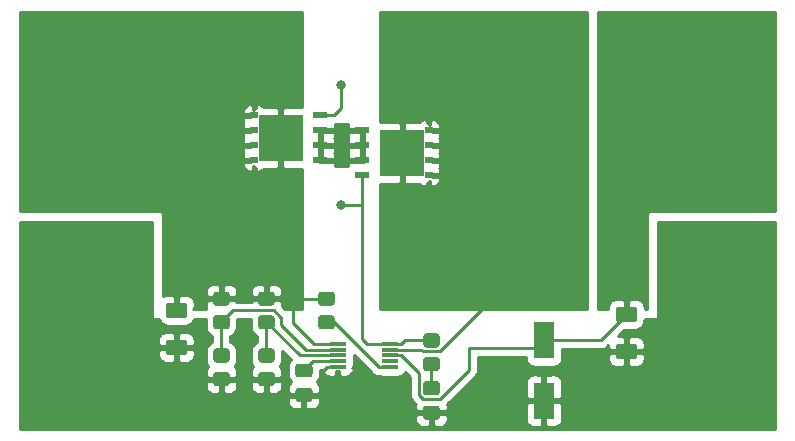
<source format=gbr>
%TF.GenerationSoftware,KiCad,Pcbnew,(5.1.9)-1*%
%TF.CreationDate,2021-09-02T18:26:23+01:00*%
%TF.ProjectId,InlinePowerpoleBOB,496e6c69-6e65-4506-9f77-6572706f6c65,rev?*%
%TF.SameCoordinates,Original*%
%TF.FileFunction,Copper,L1,Top*%
%TF.FilePolarity,Positive*%
%FSLAX46Y46*%
G04 Gerber Fmt 4.6, Leading zero omitted, Abs format (unit mm)*
G04 Created by KiCad (PCBNEW (5.1.9)-1) date 2021-09-02 18:26:23*
%MOMM*%
%LPD*%
G01*
G04 APERTURE LIST*
%TA.AperFunction,ComponentPad*%
%ADD10O,6.000000X5.500000*%
%TD*%
%TA.AperFunction,SMDPad,CuDef*%
%ADD11R,1.425000X0.300000*%
%TD*%
%TA.AperFunction,SMDPad,CuDef*%
%ADD12R,1.800000X3.150000*%
%TD*%
%TA.AperFunction,SMDPad,CuDef*%
%ADD13R,3.810000X3.910000*%
%TD*%
%TA.AperFunction,SMDPad,CuDef*%
%ADD14R,0.710000X0.610000*%
%TD*%
%TA.AperFunction,SMDPad,CuDef*%
%ADD15R,1.270000X0.610000*%
%TD*%
%TA.AperFunction,ViaPad*%
%ADD16C,0.500000*%
%TD*%
%TA.AperFunction,ViaPad*%
%ADD17C,0.800000*%
%TD*%
%TA.AperFunction,Conductor*%
%ADD18C,0.250000*%
%TD*%
%TA.AperFunction,Conductor*%
%ADD19C,0.254000*%
%TD*%
%TA.AperFunction,Conductor*%
%ADD20C,0.100000*%
%TD*%
G04 APERTURE END LIST*
D10*
%TO.P,J2,2*%
%TO.N,GND*%
X167640000Y-63145000D03*
%TO.P,J2,1*%
%TO.N,Net-(C3-Pad1)*%
X167640000Y-55245000D03*
%TD*%
%TO.P,J1,2*%
%TO.N,GND*%
X117094000Y-63145000D03*
%TO.P,J1,1*%
%TO.N,Net-(C2-Pad1)*%
X117094000Y-55245000D03*
%TD*%
D11*
%TO.P,IC1,10*%
%TO.N,Net-(IC1-Pad10)*%
X141912000Y-70120000D03*
%TO.P,IC1,9*%
%TO.N,Net-(IC1-Pad9)*%
X141912000Y-70620000D03*
%TO.P,IC1,8*%
%TO.N,Net-(C3-Pad1)*%
X141912000Y-71120000D03*
%TO.P,IC1,7*%
%TO.N,Net-(IC1-Pad7)*%
X141912000Y-71620000D03*
%TO.P,IC1,6*%
%TO.N,Net-(IC1-Pad6)*%
X141912000Y-72120000D03*
%TO.P,IC1,5*%
%TO.N,GND*%
X137488000Y-72120000D03*
%TO.P,IC1,4*%
%TO.N,Net-(C1-Pad1)*%
X137488000Y-71620000D03*
%TO.P,IC1,3*%
%TO.N,Net-(IC1-Pad3)*%
X137488000Y-71120000D03*
%TO.P,IC1,2*%
%TO.N,Net-(IC1-Pad2)*%
X137488000Y-70620000D03*
%TO.P,IC1,1*%
%TO.N,Net-(C2-Pad1)*%
X137488000Y-70120000D03*
%TD*%
D12*
%TO.P,C5,2*%
%TO.N,GND*%
X154940000Y-74940000D03*
%TO.P,C5,1*%
%TO.N,Net-(C3-Pad1)*%
X154940000Y-69840000D03*
%TD*%
D13*
%TO.P,Q2,3*%
%TO.N,Net-(IC1-Pad9)*%
X142930000Y-53975000D03*
D14*
X145190000Y-52070000D03*
X145190000Y-53340000D03*
X145190000Y-54610000D03*
X145190000Y-55880000D03*
D15*
%TO.P,Q2,2*%
%TO.N,Net-(IC1-Pad10)*%
X139570000Y-55880000D03*
%TO.P,Q2,1*%
%TO.N,Net-(Q1-Pad1)*%
X139570000Y-54610000D03*
X139570000Y-53340000D03*
X139570000Y-52070000D03*
%TD*%
D13*
%TO.P,Q1,3*%
%TO.N,Net-(C2-Pad1)*%
X132660000Y-52705000D03*
D14*
X130400000Y-54610000D03*
X130400000Y-53340000D03*
X130400000Y-52070000D03*
X130400000Y-50800000D03*
D15*
%TO.P,Q1,2*%
%TO.N,Net-(IC1-Pad10)*%
X136020000Y-50800000D03*
%TO.P,Q1,1*%
%TO.N,Net-(Q1-Pad1)*%
X136020000Y-52070000D03*
X136020000Y-53340000D03*
X136020000Y-54610000D03*
%TD*%
%TO.P,R7,2*%
%TO.N,Net-(IC1-Pad9)*%
%TA.AperFunction,SMDPad,CuDef*%
G36*
G01*
X155765000Y-52550600D02*
X155765000Y-55399400D01*
G75*
G02*
X155514400Y-55650000I-250600J0D01*
G01*
X154615600Y-55650000D01*
G75*
G02*
X154365000Y-55399400I0J250600D01*
G01*
X154365000Y-52550600D01*
G75*
G02*
X154615600Y-52300000I250600J0D01*
G01*
X155514400Y-52300000D01*
G75*
G02*
X155765000Y-52550600I0J-250600D01*
G01*
G37*
%TD.AperFunction*%
%TO.P,R7,1*%
%TO.N,Net-(C3-Pad1)*%
%TA.AperFunction,SMDPad,CuDef*%
G36*
G01*
X161865000Y-52550600D02*
X161865000Y-55399400D01*
G75*
G02*
X161614400Y-55650000I-250600J0D01*
G01*
X160715600Y-55650000D01*
G75*
G02*
X160465000Y-55399400I0J250600D01*
G01*
X160465000Y-52550600D01*
G75*
G02*
X160715600Y-52300000I250600J0D01*
G01*
X161614400Y-52300000D01*
G75*
G02*
X161865000Y-52550600I0J-250600D01*
G01*
G37*
%TD.AperFunction*%
%TD*%
%TO.P,R6,2*%
%TO.N,Net-(C4-Pad1)*%
%TA.AperFunction,SMDPad,CuDef*%
G36*
G01*
X144964999Y-71250000D02*
X145865001Y-71250000D01*
G75*
G02*
X146115000Y-71499999I0J-249999D01*
G01*
X146115000Y-72200001D01*
G75*
G02*
X145865001Y-72450000I-249999J0D01*
G01*
X144964999Y-72450000D01*
G75*
G02*
X144715000Y-72200001I0J249999D01*
G01*
X144715000Y-71499999D01*
G75*
G02*
X144964999Y-71250000I249999J0D01*
G01*
G37*
%TD.AperFunction*%
%TO.P,R6,1*%
%TO.N,Net-(IC1-Pad10)*%
%TA.AperFunction,SMDPad,CuDef*%
G36*
G01*
X144964999Y-69250000D02*
X145865001Y-69250000D01*
G75*
G02*
X146115000Y-69499999I0J-249999D01*
G01*
X146115000Y-70200001D01*
G75*
G02*
X145865001Y-70450000I-249999J0D01*
G01*
X144964999Y-70450000D01*
G75*
G02*
X144715000Y-70200001I0J249999D01*
G01*
X144715000Y-69499999D01*
G75*
G02*
X144964999Y-69250000I249999J0D01*
G01*
G37*
%TD.AperFunction*%
%TD*%
%TO.P,R5,2*%
%TO.N,Net-(IC1-Pad2)*%
%TA.AperFunction,SMDPad,CuDef*%
G36*
G01*
X127184999Y-67710000D02*
X128085001Y-67710000D01*
G75*
G02*
X128335000Y-67959999I0J-249999D01*
G01*
X128335000Y-68660001D01*
G75*
G02*
X128085001Y-68910000I-249999J0D01*
G01*
X127184999Y-68910000D01*
G75*
G02*
X126935000Y-68660001I0J249999D01*
G01*
X126935000Y-67959999D01*
G75*
G02*
X127184999Y-67710000I249999J0D01*
G01*
G37*
%TD.AperFunction*%
%TO.P,R5,1*%
%TO.N,Net-(C2-Pad1)*%
%TA.AperFunction,SMDPad,CuDef*%
G36*
G01*
X127184999Y-65710000D02*
X128085001Y-65710000D01*
G75*
G02*
X128335000Y-65959999I0J-249999D01*
G01*
X128335000Y-66660001D01*
G75*
G02*
X128085001Y-66910000I-249999J0D01*
G01*
X127184999Y-66910000D01*
G75*
G02*
X126935000Y-66660001I0J249999D01*
G01*
X126935000Y-65959999D01*
G75*
G02*
X127184999Y-65710000I249999J0D01*
G01*
G37*
%TD.AperFunction*%
%TD*%
%TO.P,R4,2*%
%TO.N,GND*%
%TA.AperFunction,SMDPad,CuDef*%
G36*
G01*
X127184999Y-72520000D02*
X128085001Y-72520000D01*
G75*
G02*
X128335000Y-72769999I0J-249999D01*
G01*
X128335000Y-73470001D01*
G75*
G02*
X128085001Y-73720000I-249999J0D01*
G01*
X127184999Y-73720000D01*
G75*
G02*
X126935000Y-73470001I0J249999D01*
G01*
X126935000Y-72769999D01*
G75*
G02*
X127184999Y-72520000I249999J0D01*
G01*
G37*
%TD.AperFunction*%
%TO.P,R4,1*%
%TO.N,Net-(IC1-Pad2)*%
%TA.AperFunction,SMDPad,CuDef*%
G36*
G01*
X127184999Y-70520000D02*
X128085001Y-70520000D01*
G75*
G02*
X128335000Y-70769999I0J-249999D01*
G01*
X128335000Y-71470001D01*
G75*
G02*
X128085001Y-71720000I-249999J0D01*
G01*
X127184999Y-71720000D01*
G75*
G02*
X126935000Y-71470001I0J249999D01*
G01*
X126935000Y-70769999D01*
G75*
G02*
X127184999Y-70520000I249999J0D01*
G01*
G37*
%TD.AperFunction*%
%TD*%
%TO.P,R3,2*%
%TO.N,Net-(IC1-Pad3)*%
%TA.AperFunction,SMDPad,CuDef*%
G36*
G01*
X130994999Y-67710000D02*
X131895001Y-67710000D01*
G75*
G02*
X132145000Y-67959999I0J-249999D01*
G01*
X132145000Y-68660001D01*
G75*
G02*
X131895001Y-68910000I-249999J0D01*
G01*
X130994999Y-68910000D01*
G75*
G02*
X130745000Y-68660001I0J249999D01*
G01*
X130745000Y-67959999D01*
G75*
G02*
X130994999Y-67710000I249999J0D01*
G01*
G37*
%TD.AperFunction*%
%TO.P,R3,1*%
%TO.N,Net-(C2-Pad1)*%
%TA.AperFunction,SMDPad,CuDef*%
G36*
G01*
X130994999Y-65710000D02*
X131895001Y-65710000D01*
G75*
G02*
X132145000Y-65959999I0J-249999D01*
G01*
X132145000Y-66660001D01*
G75*
G02*
X131895001Y-66910000I-249999J0D01*
G01*
X130994999Y-66910000D01*
G75*
G02*
X130745000Y-66660001I0J249999D01*
G01*
X130745000Y-65959999D01*
G75*
G02*
X130994999Y-65710000I249999J0D01*
G01*
G37*
%TD.AperFunction*%
%TD*%
%TO.P,R2,2*%
%TO.N,GND*%
%TA.AperFunction,SMDPad,CuDef*%
G36*
G01*
X130994999Y-72520000D02*
X131895001Y-72520000D01*
G75*
G02*
X132145000Y-72769999I0J-249999D01*
G01*
X132145000Y-73470001D01*
G75*
G02*
X131895001Y-73720000I-249999J0D01*
G01*
X130994999Y-73720000D01*
G75*
G02*
X130745000Y-73470001I0J249999D01*
G01*
X130745000Y-72769999D01*
G75*
G02*
X130994999Y-72520000I249999J0D01*
G01*
G37*
%TD.AperFunction*%
%TO.P,R2,1*%
%TO.N,Net-(IC1-Pad3)*%
%TA.AperFunction,SMDPad,CuDef*%
G36*
G01*
X130994999Y-70520000D02*
X131895001Y-70520000D01*
G75*
G02*
X132145000Y-70769999I0J-249999D01*
G01*
X132145000Y-71470001D01*
G75*
G02*
X131895001Y-71720000I-249999J0D01*
G01*
X130994999Y-71720000D01*
G75*
G02*
X130745000Y-71470001I0J249999D01*
G01*
X130745000Y-70769999D01*
G75*
G02*
X130994999Y-70520000I249999J0D01*
G01*
G37*
%TD.AperFunction*%
%TD*%
%TO.P,R1,2*%
%TO.N,Net-(IC1-Pad6)*%
%TA.AperFunction,SMDPad,CuDef*%
G36*
G01*
X136074999Y-67710000D02*
X136975001Y-67710000D01*
G75*
G02*
X137225000Y-67959999I0J-249999D01*
G01*
X137225000Y-68660001D01*
G75*
G02*
X136975001Y-68910000I-249999J0D01*
G01*
X136074999Y-68910000D01*
G75*
G02*
X135825000Y-68660001I0J249999D01*
G01*
X135825000Y-67959999D01*
G75*
G02*
X136074999Y-67710000I249999J0D01*
G01*
G37*
%TD.AperFunction*%
%TO.P,R1,1*%
%TO.N,Net-(C2-Pad1)*%
%TA.AperFunction,SMDPad,CuDef*%
G36*
G01*
X136074999Y-65710000D02*
X136975001Y-65710000D01*
G75*
G02*
X137225000Y-65959999I0J-249999D01*
G01*
X137225000Y-66660001D01*
G75*
G02*
X136975001Y-66910000I-249999J0D01*
G01*
X136074999Y-66910000D01*
G75*
G02*
X135825000Y-66660001I0J249999D01*
G01*
X135825000Y-65959999D01*
G75*
G02*
X136074999Y-65710000I249999J0D01*
G01*
G37*
%TD.AperFunction*%
%TD*%
%TO.P,C4,2*%
%TO.N,GND*%
%TA.AperFunction,SMDPad,CuDef*%
G36*
G01*
X144940000Y-75380000D02*
X145890000Y-75380000D01*
G75*
G02*
X146140000Y-75630000I0J-250000D01*
G01*
X146140000Y-76305000D01*
G75*
G02*
X145890000Y-76555000I-250000J0D01*
G01*
X144940000Y-76555000D01*
G75*
G02*
X144690000Y-76305000I0J250000D01*
G01*
X144690000Y-75630000D01*
G75*
G02*
X144940000Y-75380000I250000J0D01*
G01*
G37*
%TD.AperFunction*%
%TO.P,C4,1*%
%TO.N,Net-(C4-Pad1)*%
%TA.AperFunction,SMDPad,CuDef*%
G36*
G01*
X144940000Y-73305000D02*
X145890000Y-73305000D01*
G75*
G02*
X146140000Y-73555000I0J-250000D01*
G01*
X146140000Y-74230000D01*
G75*
G02*
X145890000Y-74480000I-250000J0D01*
G01*
X144940000Y-74480000D01*
G75*
G02*
X144690000Y-74230000I0J250000D01*
G01*
X144690000Y-73555000D01*
G75*
G02*
X144940000Y-73305000I250000J0D01*
G01*
G37*
%TD.AperFunction*%
%TD*%
%TO.P,C3,2*%
%TO.N,GND*%
%TA.AperFunction,SMDPad,CuDef*%
G36*
G01*
X161274998Y-70115000D02*
X162575002Y-70115000D01*
G75*
G02*
X162825000Y-70364998I0J-249998D01*
G01*
X162825000Y-71190002D01*
G75*
G02*
X162575002Y-71440000I-249998J0D01*
G01*
X161274998Y-71440000D01*
G75*
G02*
X161025000Y-71190002I0J249998D01*
G01*
X161025000Y-70364998D01*
G75*
G02*
X161274998Y-70115000I249998J0D01*
G01*
G37*
%TD.AperFunction*%
%TO.P,C3,1*%
%TO.N,Net-(C3-Pad1)*%
%TA.AperFunction,SMDPad,CuDef*%
G36*
G01*
X161274998Y-66990000D02*
X162575002Y-66990000D01*
G75*
G02*
X162825000Y-67239998I0J-249998D01*
G01*
X162825000Y-68065002D01*
G75*
G02*
X162575002Y-68315000I-249998J0D01*
G01*
X161274998Y-68315000D01*
G75*
G02*
X161025000Y-68065002I0J249998D01*
G01*
X161025000Y-67239998D01*
G75*
G02*
X161274998Y-66990000I249998J0D01*
G01*
G37*
%TD.AperFunction*%
%TD*%
%TO.P,C2,2*%
%TO.N,GND*%
%TA.AperFunction,SMDPad,CuDef*%
G36*
G01*
X123174998Y-69772500D02*
X124475002Y-69772500D01*
G75*
G02*
X124725000Y-70022498I0J-249998D01*
G01*
X124725000Y-70847502D01*
G75*
G02*
X124475002Y-71097500I-249998J0D01*
G01*
X123174998Y-71097500D01*
G75*
G02*
X122925000Y-70847502I0J249998D01*
G01*
X122925000Y-70022498D01*
G75*
G02*
X123174998Y-69772500I249998J0D01*
G01*
G37*
%TD.AperFunction*%
%TO.P,C2,1*%
%TO.N,Net-(C2-Pad1)*%
%TA.AperFunction,SMDPad,CuDef*%
G36*
G01*
X123174998Y-66647500D02*
X124475002Y-66647500D01*
G75*
G02*
X124725000Y-66897498I0J-249998D01*
G01*
X124725000Y-67722502D01*
G75*
G02*
X124475002Y-67972500I-249998J0D01*
G01*
X123174998Y-67972500D01*
G75*
G02*
X122925000Y-67722502I0J249998D01*
G01*
X122925000Y-66897498D01*
G75*
G02*
X123174998Y-66647500I249998J0D01*
G01*
G37*
%TD.AperFunction*%
%TD*%
%TO.P,C1,2*%
%TO.N,GND*%
%TA.AperFunction,SMDPad,CuDef*%
G36*
G01*
X134145000Y-73877500D02*
X135095000Y-73877500D01*
G75*
G02*
X135345000Y-74127500I0J-250000D01*
G01*
X135345000Y-74802500D01*
G75*
G02*
X135095000Y-75052500I-250000J0D01*
G01*
X134145000Y-75052500D01*
G75*
G02*
X133895000Y-74802500I0J250000D01*
G01*
X133895000Y-74127500D01*
G75*
G02*
X134145000Y-73877500I250000J0D01*
G01*
G37*
%TD.AperFunction*%
%TO.P,C1,1*%
%TO.N,Net-(C1-Pad1)*%
%TA.AperFunction,SMDPad,CuDef*%
G36*
G01*
X134145000Y-71802500D02*
X135095000Y-71802500D01*
G75*
G02*
X135345000Y-72052500I0J-250000D01*
G01*
X135345000Y-72727500D01*
G75*
G02*
X135095000Y-72977500I-250000J0D01*
G01*
X134145000Y-72977500D01*
G75*
G02*
X133895000Y-72727500I0J250000D01*
G01*
X133895000Y-72052500D01*
G75*
G02*
X134145000Y-71802500I250000J0D01*
G01*
G37*
%TD.AperFunction*%
%TD*%
D16*
%TO.N,GND*%
X131445000Y-74295000D03*
X127635000Y-74295000D03*
X134620000Y-75565000D03*
X136144000Y-73660000D03*
X143510000Y-76200000D03*
X147320000Y-76200000D03*
X123825000Y-71755000D03*
X153035000Y-74930000D03*
X156845000Y-74930000D03*
X161925000Y-72390000D03*
X129540000Y-69215000D03*
X139700000Y-73025000D03*
X149860000Y-71755000D03*
%TO.N,Net-(C2-Pad1)*%
X121920000Y-47625000D03*
X124460000Y-47625000D03*
X127000000Y-47625000D03*
X129540000Y-47625000D03*
X132080000Y-47625000D03*
X121920000Y-50165000D03*
X124460000Y-50165000D03*
X127000000Y-50165000D03*
X121920000Y-52705000D03*
X124460000Y-52705000D03*
X127000000Y-52705000D03*
X132080000Y-52705000D03*
X121920000Y-55245000D03*
X124460000Y-55245000D03*
X127000000Y-55245000D03*
X121920000Y-57785000D03*
X124460000Y-57785000D03*
X127000000Y-57785000D03*
X129540000Y-57785000D03*
X132080000Y-57785000D03*
X132080000Y-51435000D03*
X132080000Y-53975000D03*
X133350000Y-51435000D03*
X133350000Y-52705000D03*
X133350000Y-53975000D03*
%TO.N,Net-(C3-Pad1)*%
X161290000Y-50800000D03*
X161290000Y-57150000D03*
X163830000Y-50800000D03*
X163830000Y-57150000D03*
X160020000Y-50800000D03*
X160020000Y-57150000D03*
X160020000Y-53975000D03*
X163830000Y-53975000D03*
D17*
%TO.N,Net-(IC1-Pad10)*%
X137795000Y-48260000D03*
X137795000Y-58420000D03*
D16*
%TO.N,Net-(IC1-Pad9)*%
X143510000Y-48895000D03*
X146050000Y-48895000D03*
X148590000Y-48895000D03*
X151130000Y-48895000D03*
X153670000Y-48895000D03*
X148590000Y-51435000D03*
X151130000Y-51435000D03*
X153670000Y-51435000D03*
X148590000Y-53975000D03*
X151130000Y-53975000D03*
X148590000Y-56515000D03*
X151130000Y-56515000D03*
X153670000Y-56515000D03*
X143510000Y-59055000D03*
X146050000Y-59055000D03*
X148590000Y-59055000D03*
X151130000Y-59055000D03*
X153670000Y-59055000D03*
X156845000Y-52070000D03*
X158115000Y-52070000D03*
X156845000Y-53975000D03*
X158115000Y-53975000D03*
X156845000Y-55880000D03*
X158115000Y-55880000D03*
X143510000Y-53975000D03*
X143510000Y-52705000D03*
X143510000Y-55245000D03*
X142240000Y-55245000D03*
X142240000Y-53975000D03*
X142240000Y-52705000D03*
%TD*%
D18*
%TO.N,GND*%
X137488000Y-72120000D02*
X136540498Y-72120000D01*
X136144000Y-72516498D02*
X136144000Y-73660000D01*
X136540498Y-72120000D02*
X136144000Y-72516498D01*
%TO.N,Net-(C1-Pad1)*%
X135390000Y-71620000D02*
X134620000Y-72390000D01*
X137488000Y-71620000D02*
X135390000Y-71620000D01*
%TO.N,Net-(C2-Pad1)*%
X131694600Y-66310000D02*
X131445000Y-66310000D01*
X133715000Y-68330400D02*
X133715000Y-66310000D01*
X137488000Y-70120000D02*
X135504600Y-70120000D01*
X135504600Y-70120000D02*
X133715000Y-68330400D01*
X133715000Y-66310000D02*
X136525000Y-66310000D01*
X131445000Y-66310000D02*
X133715000Y-66310000D01*
%TO.N,Net-(C3-Pad1)*%
X159737500Y-69840000D02*
X161925000Y-67652500D01*
X154940000Y-69840000D02*
X159737500Y-69840000D01*
X146128180Y-74805010D02*
X148590000Y-72343190D01*
X144701820Y-74805010D02*
X146128180Y-74805010D01*
X144364990Y-74468180D02*
X144701820Y-74805010D01*
X144364990Y-72610490D02*
X144364990Y-74468180D01*
X142874500Y-71120000D02*
X144364990Y-72610490D01*
X141912000Y-71120000D02*
X142874500Y-71120000D01*
X148590000Y-72343190D02*
X148590000Y-70485000D01*
X154295000Y-70485000D02*
X154940000Y-69840000D01*
X148590000Y-70485000D02*
X154295000Y-70485000D01*
%TO.N,Net-(C4-Pad1)*%
X145415000Y-71850000D02*
X145415000Y-73892500D01*
%TO.N,Net-(IC1-Pad10)*%
X139970000Y-70120000D02*
X141912000Y-70120000D01*
X139570000Y-69720000D02*
X139970000Y-70120000D01*
X136020000Y-50800000D02*
X137160000Y-50800000D01*
X137795000Y-50165000D02*
X137795000Y-48260000D01*
X137160000Y-50800000D02*
X137795000Y-50165000D01*
X139440000Y-58420000D02*
X139570000Y-58550000D01*
X137795000Y-58420000D02*
X139440000Y-58420000D01*
X139570000Y-58550000D02*
X139570000Y-69720000D01*
X139570000Y-55880000D02*
X139570000Y-58550000D01*
X143144500Y-69850000D02*
X145415000Y-69850000D01*
X142874500Y-70120000D02*
X143144500Y-69850000D01*
X141912000Y-70120000D02*
X142874500Y-70120000D01*
%TO.N,Net-(IC1-Pad9)*%
X146103180Y-70775010D02*
X149860000Y-67018190D01*
X144726820Y-70775010D02*
X146103180Y-70775010D01*
X144571810Y-70620000D02*
X144726820Y-70775010D01*
X141912000Y-70620000D02*
X144571810Y-70620000D01*
X149860000Y-67018190D02*
X149860000Y-60550000D01*
%TO.N,Net-(IC1-Pad6)*%
X137139500Y-68310000D02*
X136525000Y-68310000D01*
X140949500Y-72120000D02*
X137139500Y-68310000D01*
X141912000Y-72120000D02*
X140949500Y-72120000D01*
%TO.N,Net-(IC1-Pad3)*%
X134255000Y-71120000D02*
X131445000Y-68310000D01*
X137488000Y-71120000D02*
X134255000Y-71120000D01*
X131445000Y-68310000D02*
X131445000Y-71120000D01*
%TO.N,Net-(IC1-Pad2)*%
X127635000Y-68310000D02*
X128635000Y-67310000D01*
X128635000Y-67310000D02*
X132058190Y-67310000D01*
X132058190Y-67310000D02*
X132715000Y-67966810D01*
X132715000Y-67966810D02*
X132715000Y-68580000D01*
X134755000Y-70620000D02*
X137488000Y-70620000D01*
X132715000Y-68580000D02*
X134755000Y-70620000D01*
X127635000Y-68310000D02*
X127635000Y-71120000D01*
%TD*%
D19*
%TO.N,Net-(C2-Pad1)*%
X134493000Y-50112065D02*
X132945750Y-50115000D01*
X132787000Y-50273750D01*
X132787000Y-52578000D01*
X132807000Y-52578000D01*
X132807000Y-52832000D01*
X132787000Y-52832000D01*
X132787000Y-55136250D01*
X132945750Y-55295000D01*
X134493000Y-55297935D01*
X134493000Y-67183000D01*
X133005992Y-67183000D01*
X132778582Y-66955591D01*
X132783072Y-66910000D01*
X132780000Y-66595750D01*
X132621250Y-66437000D01*
X131572000Y-66437000D01*
X131572000Y-66457000D01*
X131318000Y-66457000D01*
X131318000Y-66437000D01*
X130268750Y-66437000D01*
X130155750Y-66550000D01*
X128924250Y-66550000D01*
X128811250Y-66437000D01*
X127762000Y-66437000D01*
X127762000Y-66457000D01*
X127508000Y-66457000D01*
X127508000Y-66437000D01*
X126458750Y-66437000D01*
X126300000Y-66595750D01*
X126296928Y-66910000D01*
X126309188Y-67034482D01*
X126345498Y-67154180D01*
X126360903Y-67183000D01*
X125360000Y-67183000D01*
X125360000Y-67182998D01*
X125201252Y-67182998D01*
X125360000Y-67024250D01*
X125363072Y-66647500D01*
X125350812Y-66523018D01*
X125314502Y-66403320D01*
X125255537Y-66293006D01*
X125176185Y-66196315D01*
X125079494Y-66116963D01*
X124969180Y-66057998D01*
X124849482Y-66021688D01*
X124725000Y-66009428D01*
X124110750Y-66012500D01*
X123952000Y-66171250D01*
X123952000Y-67183000D01*
X123698000Y-67183000D01*
X123698000Y-66171250D01*
X123539250Y-66012500D01*
X122925000Y-66009428D01*
X122800518Y-66021688D01*
X122682000Y-66057640D01*
X122682000Y-65710000D01*
X126296928Y-65710000D01*
X126300000Y-66024250D01*
X126458750Y-66183000D01*
X127508000Y-66183000D01*
X127508000Y-65233750D01*
X127762000Y-65233750D01*
X127762000Y-66183000D01*
X128811250Y-66183000D01*
X128970000Y-66024250D01*
X128973072Y-65710000D01*
X130106928Y-65710000D01*
X130110000Y-66024250D01*
X130268750Y-66183000D01*
X131318000Y-66183000D01*
X131318000Y-65233750D01*
X131572000Y-65233750D01*
X131572000Y-66183000D01*
X132621250Y-66183000D01*
X132780000Y-66024250D01*
X132783072Y-65710000D01*
X132770812Y-65585518D01*
X132734502Y-65465820D01*
X132675537Y-65355506D01*
X132596185Y-65258815D01*
X132499494Y-65179463D01*
X132389180Y-65120498D01*
X132269482Y-65084188D01*
X132145000Y-65071928D01*
X131730750Y-65075000D01*
X131572000Y-65233750D01*
X131318000Y-65233750D01*
X131159250Y-65075000D01*
X130745000Y-65071928D01*
X130620518Y-65084188D01*
X130500820Y-65120498D01*
X130390506Y-65179463D01*
X130293815Y-65258815D01*
X130214463Y-65355506D01*
X130155498Y-65465820D01*
X130119188Y-65585518D01*
X130106928Y-65710000D01*
X128973072Y-65710000D01*
X128960812Y-65585518D01*
X128924502Y-65465820D01*
X128865537Y-65355506D01*
X128786185Y-65258815D01*
X128689494Y-65179463D01*
X128579180Y-65120498D01*
X128459482Y-65084188D01*
X128335000Y-65071928D01*
X127920750Y-65075000D01*
X127762000Y-65233750D01*
X127508000Y-65233750D01*
X127349250Y-65075000D01*
X126935000Y-65071928D01*
X126810518Y-65084188D01*
X126690820Y-65120498D01*
X126580506Y-65179463D01*
X126483815Y-65258815D01*
X126404463Y-65355506D01*
X126345498Y-65465820D01*
X126309188Y-65585518D01*
X126296928Y-65710000D01*
X122682000Y-65710000D01*
X122682000Y-59055000D01*
X122679560Y-59030224D01*
X122672333Y-59006399D01*
X122660597Y-58984443D01*
X122644803Y-58965197D01*
X122625557Y-58949403D01*
X122603601Y-58937667D01*
X122579776Y-58930440D01*
X122555000Y-58928000D01*
X110617000Y-58928000D01*
X110617000Y-50495000D01*
X129406928Y-50495000D01*
X129410000Y-50514250D01*
X129568750Y-50673000D01*
X130124512Y-50673000D01*
X130116928Y-50750000D01*
X130117254Y-50927000D01*
X129568750Y-50927000D01*
X129410000Y-51085750D01*
X129406928Y-51105000D01*
X129419188Y-51229482D01*
X129455498Y-51349180D01*
X129501370Y-51435000D01*
X129455498Y-51520820D01*
X129419188Y-51640518D01*
X129406928Y-51765000D01*
X129410000Y-51784250D01*
X129568750Y-51943000D01*
X130119124Y-51943000D01*
X130119591Y-52197000D01*
X129568750Y-52197000D01*
X129410000Y-52355750D01*
X129406928Y-52375000D01*
X129419188Y-52499482D01*
X129455498Y-52619180D01*
X129501370Y-52705000D01*
X129455498Y-52790820D01*
X129419188Y-52910518D01*
X129406928Y-53035000D01*
X129410000Y-53054250D01*
X129568750Y-53213000D01*
X130119591Y-53213000D01*
X130119124Y-53467000D01*
X129568750Y-53467000D01*
X129410000Y-53625750D01*
X129406928Y-53645000D01*
X129419188Y-53769482D01*
X129455498Y-53889180D01*
X129501370Y-53975000D01*
X129455498Y-54060820D01*
X129419188Y-54180518D01*
X129406928Y-54305000D01*
X129410000Y-54324250D01*
X129568750Y-54483000D01*
X130117254Y-54483000D01*
X130116928Y-54660000D01*
X130124512Y-54737000D01*
X129568750Y-54737000D01*
X129410000Y-54895750D01*
X129406928Y-54915000D01*
X129419188Y-55039482D01*
X129455498Y-55159180D01*
X129514463Y-55269494D01*
X129593815Y-55366185D01*
X129690506Y-55445537D01*
X129800820Y-55504502D01*
X129920518Y-55540812D01*
X130045000Y-55553072D01*
X130114250Y-55550000D01*
X130273000Y-55391250D01*
X130273000Y-55073637D01*
X130303815Y-55111185D01*
X130400506Y-55190537D01*
X130510820Y-55249502D01*
X130527000Y-55254410D01*
X130527000Y-55391250D01*
X130685750Y-55550000D01*
X130755000Y-55553072D01*
X130879482Y-55540812D01*
X130999180Y-55504502D01*
X131109494Y-55445537D01*
X131206185Y-55366185D01*
X131262874Y-55297108D01*
X132374250Y-55295000D01*
X132533000Y-55136250D01*
X132533000Y-52832000D01*
X132513000Y-52832000D01*
X132513000Y-52578000D01*
X132533000Y-52578000D01*
X132533000Y-50273750D01*
X132374250Y-50115000D01*
X131262874Y-50112892D01*
X131206185Y-50043815D01*
X131109494Y-49964463D01*
X130999180Y-49905498D01*
X130879482Y-49869188D01*
X130755000Y-49856928D01*
X130685750Y-49860000D01*
X130527000Y-50018750D01*
X130527000Y-50155590D01*
X130510820Y-50160498D01*
X130400506Y-50219463D01*
X130303815Y-50298815D01*
X130273000Y-50336363D01*
X130273000Y-50018750D01*
X130114250Y-49860000D01*
X130045000Y-49856928D01*
X129920518Y-49869188D01*
X129800820Y-49905498D01*
X129690506Y-49964463D01*
X129593815Y-50043815D01*
X129514463Y-50140506D01*
X129455498Y-50250820D01*
X129419188Y-50370518D01*
X129406928Y-50495000D01*
X110617000Y-50495000D01*
X110617000Y-42037000D01*
X134493000Y-42037000D01*
X134493000Y-50112065D01*
%TA.AperFunction,Conductor*%
D20*
G36*
X134493000Y-50112065D02*
G01*
X132945750Y-50115000D01*
X132787000Y-50273750D01*
X132787000Y-52578000D01*
X132807000Y-52578000D01*
X132807000Y-52832000D01*
X132787000Y-52832000D01*
X132787000Y-55136250D01*
X132945750Y-55295000D01*
X134493000Y-55297935D01*
X134493000Y-67183000D01*
X133005992Y-67183000D01*
X132778582Y-66955591D01*
X132783072Y-66910000D01*
X132780000Y-66595750D01*
X132621250Y-66437000D01*
X131572000Y-66437000D01*
X131572000Y-66457000D01*
X131318000Y-66457000D01*
X131318000Y-66437000D01*
X130268750Y-66437000D01*
X130155750Y-66550000D01*
X128924250Y-66550000D01*
X128811250Y-66437000D01*
X127762000Y-66437000D01*
X127762000Y-66457000D01*
X127508000Y-66457000D01*
X127508000Y-66437000D01*
X126458750Y-66437000D01*
X126300000Y-66595750D01*
X126296928Y-66910000D01*
X126309188Y-67034482D01*
X126345498Y-67154180D01*
X126360903Y-67183000D01*
X125360000Y-67183000D01*
X125360000Y-67182998D01*
X125201252Y-67182998D01*
X125360000Y-67024250D01*
X125363072Y-66647500D01*
X125350812Y-66523018D01*
X125314502Y-66403320D01*
X125255537Y-66293006D01*
X125176185Y-66196315D01*
X125079494Y-66116963D01*
X124969180Y-66057998D01*
X124849482Y-66021688D01*
X124725000Y-66009428D01*
X124110750Y-66012500D01*
X123952000Y-66171250D01*
X123952000Y-67183000D01*
X123698000Y-67183000D01*
X123698000Y-66171250D01*
X123539250Y-66012500D01*
X122925000Y-66009428D01*
X122800518Y-66021688D01*
X122682000Y-66057640D01*
X122682000Y-65710000D01*
X126296928Y-65710000D01*
X126300000Y-66024250D01*
X126458750Y-66183000D01*
X127508000Y-66183000D01*
X127508000Y-65233750D01*
X127762000Y-65233750D01*
X127762000Y-66183000D01*
X128811250Y-66183000D01*
X128970000Y-66024250D01*
X128973072Y-65710000D01*
X130106928Y-65710000D01*
X130110000Y-66024250D01*
X130268750Y-66183000D01*
X131318000Y-66183000D01*
X131318000Y-65233750D01*
X131572000Y-65233750D01*
X131572000Y-66183000D01*
X132621250Y-66183000D01*
X132780000Y-66024250D01*
X132783072Y-65710000D01*
X132770812Y-65585518D01*
X132734502Y-65465820D01*
X132675537Y-65355506D01*
X132596185Y-65258815D01*
X132499494Y-65179463D01*
X132389180Y-65120498D01*
X132269482Y-65084188D01*
X132145000Y-65071928D01*
X131730750Y-65075000D01*
X131572000Y-65233750D01*
X131318000Y-65233750D01*
X131159250Y-65075000D01*
X130745000Y-65071928D01*
X130620518Y-65084188D01*
X130500820Y-65120498D01*
X130390506Y-65179463D01*
X130293815Y-65258815D01*
X130214463Y-65355506D01*
X130155498Y-65465820D01*
X130119188Y-65585518D01*
X130106928Y-65710000D01*
X128973072Y-65710000D01*
X128960812Y-65585518D01*
X128924502Y-65465820D01*
X128865537Y-65355506D01*
X128786185Y-65258815D01*
X128689494Y-65179463D01*
X128579180Y-65120498D01*
X128459482Y-65084188D01*
X128335000Y-65071928D01*
X127920750Y-65075000D01*
X127762000Y-65233750D01*
X127508000Y-65233750D01*
X127349250Y-65075000D01*
X126935000Y-65071928D01*
X126810518Y-65084188D01*
X126690820Y-65120498D01*
X126580506Y-65179463D01*
X126483815Y-65258815D01*
X126404463Y-65355506D01*
X126345498Y-65465820D01*
X126309188Y-65585518D01*
X126296928Y-65710000D01*
X122682000Y-65710000D01*
X122682000Y-59055000D01*
X122679560Y-59030224D01*
X122672333Y-59006399D01*
X122660597Y-58984443D01*
X122644803Y-58965197D01*
X122625557Y-58949403D01*
X122603601Y-58937667D01*
X122579776Y-58930440D01*
X122555000Y-58928000D01*
X110617000Y-58928000D01*
X110617000Y-50495000D01*
X129406928Y-50495000D01*
X129410000Y-50514250D01*
X129568750Y-50673000D01*
X130124512Y-50673000D01*
X130116928Y-50750000D01*
X130117254Y-50927000D01*
X129568750Y-50927000D01*
X129410000Y-51085750D01*
X129406928Y-51105000D01*
X129419188Y-51229482D01*
X129455498Y-51349180D01*
X129501370Y-51435000D01*
X129455498Y-51520820D01*
X129419188Y-51640518D01*
X129406928Y-51765000D01*
X129410000Y-51784250D01*
X129568750Y-51943000D01*
X130119124Y-51943000D01*
X130119591Y-52197000D01*
X129568750Y-52197000D01*
X129410000Y-52355750D01*
X129406928Y-52375000D01*
X129419188Y-52499482D01*
X129455498Y-52619180D01*
X129501370Y-52705000D01*
X129455498Y-52790820D01*
X129419188Y-52910518D01*
X129406928Y-53035000D01*
X129410000Y-53054250D01*
X129568750Y-53213000D01*
X130119591Y-53213000D01*
X130119124Y-53467000D01*
X129568750Y-53467000D01*
X129410000Y-53625750D01*
X129406928Y-53645000D01*
X129419188Y-53769482D01*
X129455498Y-53889180D01*
X129501370Y-53975000D01*
X129455498Y-54060820D01*
X129419188Y-54180518D01*
X129406928Y-54305000D01*
X129410000Y-54324250D01*
X129568750Y-54483000D01*
X130117254Y-54483000D01*
X130116928Y-54660000D01*
X130124512Y-54737000D01*
X129568750Y-54737000D01*
X129410000Y-54895750D01*
X129406928Y-54915000D01*
X129419188Y-55039482D01*
X129455498Y-55159180D01*
X129514463Y-55269494D01*
X129593815Y-55366185D01*
X129690506Y-55445537D01*
X129800820Y-55504502D01*
X129920518Y-55540812D01*
X130045000Y-55553072D01*
X130114250Y-55550000D01*
X130273000Y-55391250D01*
X130273000Y-55073637D01*
X130303815Y-55111185D01*
X130400506Y-55190537D01*
X130510820Y-55249502D01*
X130527000Y-55254410D01*
X130527000Y-55391250D01*
X130685750Y-55550000D01*
X130755000Y-55553072D01*
X130879482Y-55540812D01*
X130999180Y-55504502D01*
X131109494Y-55445537D01*
X131206185Y-55366185D01*
X131262874Y-55297108D01*
X132374250Y-55295000D01*
X132533000Y-55136250D01*
X132533000Y-52832000D01*
X132513000Y-52832000D01*
X132513000Y-52578000D01*
X132533000Y-52578000D01*
X132533000Y-50273750D01*
X132374250Y-50115000D01*
X131262874Y-50112892D01*
X131206185Y-50043815D01*
X131109494Y-49964463D01*
X130999180Y-49905498D01*
X130879482Y-49869188D01*
X130755000Y-49856928D01*
X130685750Y-49860000D01*
X130527000Y-50018750D01*
X130527000Y-50155590D01*
X130510820Y-50160498D01*
X130400506Y-50219463D01*
X130303815Y-50298815D01*
X130273000Y-50336363D01*
X130273000Y-50018750D01*
X130114250Y-49860000D01*
X130045000Y-49856928D01*
X129920518Y-49869188D01*
X129800820Y-49905498D01*
X129690506Y-49964463D01*
X129593815Y-50043815D01*
X129514463Y-50140506D01*
X129455498Y-50250820D01*
X129419188Y-50370518D01*
X129406928Y-50495000D01*
X110617000Y-50495000D01*
X110617000Y-42037000D01*
X134493000Y-42037000D01*
X134493000Y-50112065D01*
G37*
%TD.AperFunction*%
%TD*%
D19*
%TO.N,Net-(Q1-Pad1)*%
X138309188Y-51640518D02*
X138296928Y-51765000D01*
X138300000Y-51784250D01*
X138458750Y-51943000D01*
X139443000Y-51943000D01*
X139443000Y-51923000D01*
X139697000Y-51923000D01*
X139697000Y-51943000D01*
X139717000Y-51943000D01*
X139717000Y-52197000D01*
X139697000Y-52197000D01*
X139697000Y-53213000D01*
X139717000Y-53213000D01*
X139717000Y-53467000D01*
X139697000Y-53467000D01*
X139697000Y-54483000D01*
X139717000Y-54483000D01*
X139717000Y-54737000D01*
X139697000Y-54737000D01*
X139697000Y-54757000D01*
X139443000Y-54757000D01*
X139443000Y-54737000D01*
X138458750Y-54737000D01*
X138300000Y-54895750D01*
X138296928Y-54915000D01*
X138309188Y-55039482D01*
X138333006Y-55118000D01*
X137256994Y-55118000D01*
X137280812Y-55039482D01*
X137293072Y-54915000D01*
X137290000Y-54895750D01*
X137131250Y-54737000D01*
X136147000Y-54737000D01*
X136147000Y-54757000D01*
X135893000Y-54757000D01*
X135893000Y-54737000D01*
X135873000Y-54737000D01*
X135873000Y-54483000D01*
X135893000Y-54483000D01*
X135893000Y-53467000D01*
X136147000Y-53467000D01*
X136147000Y-54483000D01*
X137131250Y-54483000D01*
X137290000Y-54324250D01*
X137293072Y-54305000D01*
X137280812Y-54180518D01*
X137244502Y-54060820D01*
X137198630Y-53975000D01*
X137244502Y-53889180D01*
X137280812Y-53769482D01*
X137293072Y-53645000D01*
X138296928Y-53645000D01*
X138309188Y-53769482D01*
X138345498Y-53889180D01*
X138391370Y-53975000D01*
X138345498Y-54060820D01*
X138309188Y-54180518D01*
X138296928Y-54305000D01*
X138300000Y-54324250D01*
X138458750Y-54483000D01*
X139443000Y-54483000D01*
X139443000Y-53467000D01*
X138458750Y-53467000D01*
X138300000Y-53625750D01*
X138296928Y-53645000D01*
X137293072Y-53645000D01*
X137290000Y-53625750D01*
X137131250Y-53467000D01*
X136147000Y-53467000D01*
X135893000Y-53467000D01*
X135873000Y-53467000D01*
X135873000Y-53213000D01*
X135893000Y-53213000D01*
X135893000Y-52197000D01*
X136147000Y-52197000D01*
X136147000Y-53213000D01*
X137131250Y-53213000D01*
X137290000Y-53054250D01*
X137293072Y-53035000D01*
X137280812Y-52910518D01*
X137244502Y-52790820D01*
X137198630Y-52705000D01*
X137244502Y-52619180D01*
X137280812Y-52499482D01*
X137293072Y-52375000D01*
X138296928Y-52375000D01*
X138309188Y-52499482D01*
X138345498Y-52619180D01*
X138391370Y-52705000D01*
X138345498Y-52790820D01*
X138309188Y-52910518D01*
X138296928Y-53035000D01*
X138300000Y-53054250D01*
X138458750Y-53213000D01*
X139443000Y-53213000D01*
X139443000Y-52197000D01*
X138458750Y-52197000D01*
X138300000Y-52355750D01*
X138296928Y-52375000D01*
X137293072Y-52375000D01*
X137290000Y-52355750D01*
X137131250Y-52197000D01*
X136147000Y-52197000D01*
X135893000Y-52197000D01*
X135873000Y-52197000D01*
X135873000Y-51943000D01*
X135893000Y-51943000D01*
X135893000Y-51923000D01*
X136147000Y-51923000D01*
X136147000Y-51943000D01*
X137131250Y-51943000D01*
X137290000Y-51784250D01*
X137293072Y-51765000D01*
X137280812Y-51640518D01*
X137256994Y-51562000D01*
X138333006Y-51562000D01*
X138309188Y-51640518D01*
%TA.AperFunction,Conductor*%
D20*
G36*
X138309188Y-51640518D02*
G01*
X138296928Y-51765000D01*
X138300000Y-51784250D01*
X138458750Y-51943000D01*
X139443000Y-51943000D01*
X139443000Y-51923000D01*
X139697000Y-51923000D01*
X139697000Y-51943000D01*
X139717000Y-51943000D01*
X139717000Y-52197000D01*
X139697000Y-52197000D01*
X139697000Y-53213000D01*
X139717000Y-53213000D01*
X139717000Y-53467000D01*
X139697000Y-53467000D01*
X139697000Y-54483000D01*
X139717000Y-54483000D01*
X139717000Y-54737000D01*
X139697000Y-54737000D01*
X139697000Y-54757000D01*
X139443000Y-54757000D01*
X139443000Y-54737000D01*
X138458750Y-54737000D01*
X138300000Y-54895750D01*
X138296928Y-54915000D01*
X138309188Y-55039482D01*
X138333006Y-55118000D01*
X137256994Y-55118000D01*
X137280812Y-55039482D01*
X137293072Y-54915000D01*
X137290000Y-54895750D01*
X137131250Y-54737000D01*
X136147000Y-54737000D01*
X136147000Y-54757000D01*
X135893000Y-54757000D01*
X135893000Y-54737000D01*
X135873000Y-54737000D01*
X135873000Y-54483000D01*
X135893000Y-54483000D01*
X135893000Y-53467000D01*
X136147000Y-53467000D01*
X136147000Y-54483000D01*
X137131250Y-54483000D01*
X137290000Y-54324250D01*
X137293072Y-54305000D01*
X137280812Y-54180518D01*
X137244502Y-54060820D01*
X137198630Y-53975000D01*
X137244502Y-53889180D01*
X137280812Y-53769482D01*
X137293072Y-53645000D01*
X138296928Y-53645000D01*
X138309188Y-53769482D01*
X138345498Y-53889180D01*
X138391370Y-53975000D01*
X138345498Y-54060820D01*
X138309188Y-54180518D01*
X138296928Y-54305000D01*
X138300000Y-54324250D01*
X138458750Y-54483000D01*
X139443000Y-54483000D01*
X139443000Y-53467000D01*
X138458750Y-53467000D01*
X138300000Y-53625750D01*
X138296928Y-53645000D01*
X137293072Y-53645000D01*
X137290000Y-53625750D01*
X137131250Y-53467000D01*
X136147000Y-53467000D01*
X135893000Y-53467000D01*
X135873000Y-53467000D01*
X135873000Y-53213000D01*
X135893000Y-53213000D01*
X135893000Y-52197000D01*
X136147000Y-52197000D01*
X136147000Y-53213000D01*
X137131250Y-53213000D01*
X137290000Y-53054250D01*
X137293072Y-53035000D01*
X137280812Y-52910518D01*
X137244502Y-52790820D01*
X137198630Y-52705000D01*
X137244502Y-52619180D01*
X137280812Y-52499482D01*
X137293072Y-52375000D01*
X138296928Y-52375000D01*
X138309188Y-52499482D01*
X138345498Y-52619180D01*
X138391370Y-52705000D01*
X138345498Y-52790820D01*
X138309188Y-52910518D01*
X138296928Y-53035000D01*
X138300000Y-53054250D01*
X138458750Y-53213000D01*
X139443000Y-53213000D01*
X139443000Y-52197000D01*
X138458750Y-52197000D01*
X138300000Y-52355750D01*
X138296928Y-52375000D01*
X137293072Y-52375000D01*
X137290000Y-52355750D01*
X137131250Y-52197000D01*
X136147000Y-52197000D01*
X135893000Y-52197000D01*
X135873000Y-52197000D01*
X135873000Y-51943000D01*
X135893000Y-51943000D01*
X135893000Y-51923000D01*
X136147000Y-51923000D01*
X136147000Y-51943000D01*
X137131250Y-51943000D01*
X137290000Y-51784250D01*
X137293072Y-51765000D01*
X137280812Y-51640518D01*
X137256994Y-51562000D01*
X138333006Y-51562000D01*
X138309188Y-51640518D01*
G37*
%TD.AperFunction*%
%TD*%
D19*
%TO.N,Net-(IC1-Pad9)*%
X158623000Y-67183000D02*
X141097000Y-67183000D01*
X141097000Y-56567935D01*
X142644250Y-56565000D01*
X142803000Y-56406250D01*
X142803000Y-54102000D01*
X142783000Y-54102000D01*
X142783000Y-53848000D01*
X142803000Y-53848000D01*
X142803000Y-51543750D01*
X143057000Y-51543750D01*
X143057000Y-53848000D01*
X143077000Y-53848000D01*
X143077000Y-54102000D01*
X143057000Y-54102000D01*
X143057000Y-56406250D01*
X143215750Y-56565000D01*
X144327126Y-56567108D01*
X144383815Y-56636185D01*
X144480506Y-56715537D01*
X144590820Y-56774502D01*
X144710518Y-56810812D01*
X144835000Y-56823072D01*
X144904250Y-56820000D01*
X145063000Y-56661250D01*
X145063000Y-56524410D01*
X145079180Y-56519502D01*
X145189494Y-56460537D01*
X145286185Y-56381185D01*
X145317000Y-56343637D01*
X145317000Y-56661250D01*
X145475750Y-56820000D01*
X145545000Y-56823072D01*
X145669482Y-56810812D01*
X145789180Y-56774502D01*
X145899494Y-56715537D01*
X145996185Y-56636185D01*
X146075537Y-56539494D01*
X146134502Y-56429180D01*
X146170812Y-56309482D01*
X146183072Y-56185000D01*
X146180000Y-56165750D01*
X146021250Y-56007000D01*
X145465488Y-56007000D01*
X145473072Y-55930000D01*
X145472746Y-55753000D01*
X146021250Y-55753000D01*
X146180000Y-55594250D01*
X146183072Y-55575000D01*
X146170812Y-55450518D01*
X146134502Y-55330820D01*
X146088630Y-55245000D01*
X146134502Y-55159180D01*
X146170812Y-55039482D01*
X146183072Y-54915000D01*
X146180000Y-54895750D01*
X146021250Y-54737000D01*
X145470876Y-54737000D01*
X145470409Y-54483000D01*
X146021250Y-54483000D01*
X146180000Y-54324250D01*
X146183072Y-54305000D01*
X146170812Y-54180518D01*
X146134502Y-54060820D01*
X146088630Y-53975000D01*
X146134502Y-53889180D01*
X146170812Y-53769482D01*
X146183072Y-53645000D01*
X146180000Y-53625750D01*
X146021250Y-53467000D01*
X145470409Y-53467000D01*
X145470876Y-53213000D01*
X146021250Y-53213000D01*
X146180000Y-53054250D01*
X146183072Y-53035000D01*
X146170812Y-52910518D01*
X146134502Y-52790820D01*
X146088630Y-52705000D01*
X146134502Y-52619180D01*
X146170812Y-52499482D01*
X146183072Y-52375000D01*
X146180000Y-52355750D01*
X146021250Y-52197000D01*
X145472746Y-52197000D01*
X145473072Y-52020000D01*
X145465488Y-51943000D01*
X146021250Y-51943000D01*
X146180000Y-51784250D01*
X146183072Y-51765000D01*
X146170812Y-51640518D01*
X146134502Y-51520820D01*
X146075537Y-51410506D01*
X145996185Y-51313815D01*
X145899494Y-51234463D01*
X145789180Y-51175498D01*
X145669482Y-51139188D01*
X145545000Y-51126928D01*
X145475750Y-51130000D01*
X145317000Y-51288750D01*
X145317000Y-51606363D01*
X145286185Y-51568815D01*
X145189494Y-51489463D01*
X145079180Y-51430498D01*
X145063000Y-51425590D01*
X145063000Y-51288750D01*
X144904250Y-51130000D01*
X144835000Y-51126928D01*
X144710518Y-51139188D01*
X144590820Y-51175498D01*
X144480506Y-51234463D01*
X144383815Y-51313815D01*
X144327126Y-51382892D01*
X143215750Y-51385000D01*
X143057000Y-51543750D01*
X142803000Y-51543750D01*
X142644250Y-51385000D01*
X141097000Y-51382065D01*
X141097000Y-42037000D01*
X158623000Y-42037000D01*
X158623000Y-67183000D01*
%TA.AperFunction,Conductor*%
D20*
G36*
X158623000Y-67183000D02*
G01*
X141097000Y-67183000D01*
X141097000Y-56567935D01*
X142644250Y-56565000D01*
X142803000Y-56406250D01*
X142803000Y-54102000D01*
X142783000Y-54102000D01*
X142783000Y-53848000D01*
X142803000Y-53848000D01*
X142803000Y-51543750D01*
X143057000Y-51543750D01*
X143057000Y-53848000D01*
X143077000Y-53848000D01*
X143077000Y-54102000D01*
X143057000Y-54102000D01*
X143057000Y-56406250D01*
X143215750Y-56565000D01*
X144327126Y-56567108D01*
X144383815Y-56636185D01*
X144480506Y-56715537D01*
X144590820Y-56774502D01*
X144710518Y-56810812D01*
X144835000Y-56823072D01*
X144904250Y-56820000D01*
X145063000Y-56661250D01*
X145063000Y-56524410D01*
X145079180Y-56519502D01*
X145189494Y-56460537D01*
X145286185Y-56381185D01*
X145317000Y-56343637D01*
X145317000Y-56661250D01*
X145475750Y-56820000D01*
X145545000Y-56823072D01*
X145669482Y-56810812D01*
X145789180Y-56774502D01*
X145899494Y-56715537D01*
X145996185Y-56636185D01*
X146075537Y-56539494D01*
X146134502Y-56429180D01*
X146170812Y-56309482D01*
X146183072Y-56185000D01*
X146180000Y-56165750D01*
X146021250Y-56007000D01*
X145465488Y-56007000D01*
X145473072Y-55930000D01*
X145472746Y-55753000D01*
X146021250Y-55753000D01*
X146180000Y-55594250D01*
X146183072Y-55575000D01*
X146170812Y-55450518D01*
X146134502Y-55330820D01*
X146088630Y-55245000D01*
X146134502Y-55159180D01*
X146170812Y-55039482D01*
X146183072Y-54915000D01*
X146180000Y-54895750D01*
X146021250Y-54737000D01*
X145470876Y-54737000D01*
X145470409Y-54483000D01*
X146021250Y-54483000D01*
X146180000Y-54324250D01*
X146183072Y-54305000D01*
X146170812Y-54180518D01*
X146134502Y-54060820D01*
X146088630Y-53975000D01*
X146134502Y-53889180D01*
X146170812Y-53769482D01*
X146183072Y-53645000D01*
X146180000Y-53625750D01*
X146021250Y-53467000D01*
X145470409Y-53467000D01*
X145470876Y-53213000D01*
X146021250Y-53213000D01*
X146180000Y-53054250D01*
X146183072Y-53035000D01*
X146170812Y-52910518D01*
X146134502Y-52790820D01*
X146088630Y-52705000D01*
X146134502Y-52619180D01*
X146170812Y-52499482D01*
X146183072Y-52375000D01*
X146180000Y-52355750D01*
X146021250Y-52197000D01*
X145472746Y-52197000D01*
X145473072Y-52020000D01*
X145465488Y-51943000D01*
X146021250Y-51943000D01*
X146180000Y-51784250D01*
X146183072Y-51765000D01*
X146170812Y-51640518D01*
X146134502Y-51520820D01*
X146075537Y-51410506D01*
X145996185Y-51313815D01*
X145899494Y-51234463D01*
X145789180Y-51175498D01*
X145669482Y-51139188D01*
X145545000Y-51126928D01*
X145475750Y-51130000D01*
X145317000Y-51288750D01*
X145317000Y-51606363D01*
X145286185Y-51568815D01*
X145189494Y-51489463D01*
X145079180Y-51430498D01*
X145063000Y-51425590D01*
X145063000Y-51288750D01*
X144904250Y-51130000D01*
X144835000Y-51126928D01*
X144710518Y-51139188D01*
X144590820Y-51175498D01*
X144480506Y-51234463D01*
X144383815Y-51313815D01*
X144327126Y-51382892D01*
X143215750Y-51385000D01*
X143057000Y-51543750D01*
X142803000Y-51543750D01*
X142644250Y-51385000D01*
X141097000Y-51382065D01*
X141097000Y-42037000D01*
X158623000Y-42037000D01*
X158623000Y-67183000D01*
G37*
%TD.AperFunction*%
%TD*%
D19*
%TO.N,Net-(C3-Pad1)*%
X174498000Y-58928000D02*
X163830000Y-58928000D01*
X163805224Y-58930440D01*
X163781399Y-58937667D01*
X163759443Y-58949403D01*
X163740197Y-58965197D01*
X163724403Y-58984443D01*
X163712667Y-59006399D01*
X163705440Y-59030224D01*
X163703000Y-59055000D01*
X163703000Y-67183000D01*
X163461498Y-67183000D01*
X163463072Y-66990000D01*
X163450812Y-66865518D01*
X163414502Y-66745820D01*
X163355537Y-66635506D01*
X163276185Y-66538815D01*
X163179494Y-66459463D01*
X163069180Y-66400498D01*
X162949482Y-66364188D01*
X162825000Y-66351928D01*
X162210750Y-66355000D01*
X162052000Y-66513750D01*
X162052000Y-67183000D01*
X161798000Y-67183000D01*
X161798000Y-66513750D01*
X161639250Y-66355000D01*
X161025000Y-66351928D01*
X160900518Y-66364188D01*
X160780820Y-66400498D01*
X160670506Y-66459463D01*
X160573815Y-66538815D01*
X160494463Y-66635506D01*
X160435498Y-66745820D01*
X160399188Y-66865518D01*
X160386928Y-66990000D01*
X160388502Y-67183000D01*
X159512000Y-67183000D01*
X159512000Y-42037000D01*
X174498000Y-42037000D01*
X174498000Y-58928000D01*
%TA.AperFunction,Conductor*%
D20*
G36*
X174498000Y-58928000D02*
G01*
X163830000Y-58928000D01*
X163805224Y-58930440D01*
X163781399Y-58937667D01*
X163759443Y-58949403D01*
X163740197Y-58965197D01*
X163724403Y-58984443D01*
X163712667Y-59006399D01*
X163705440Y-59030224D01*
X163703000Y-59055000D01*
X163703000Y-67183000D01*
X163461498Y-67183000D01*
X163463072Y-66990000D01*
X163450812Y-66865518D01*
X163414502Y-66745820D01*
X163355537Y-66635506D01*
X163276185Y-66538815D01*
X163179494Y-66459463D01*
X163069180Y-66400498D01*
X162949482Y-66364188D01*
X162825000Y-66351928D01*
X162210750Y-66355000D01*
X162052000Y-66513750D01*
X162052000Y-67183000D01*
X161798000Y-67183000D01*
X161798000Y-66513750D01*
X161639250Y-66355000D01*
X161025000Y-66351928D01*
X160900518Y-66364188D01*
X160780820Y-66400498D01*
X160670506Y-66459463D01*
X160573815Y-66538815D01*
X160494463Y-66635506D01*
X160435498Y-66745820D01*
X160399188Y-66865518D01*
X160386928Y-66990000D01*
X160388502Y-67183000D01*
X159512000Y-67183000D01*
X159512000Y-42037000D01*
X174498000Y-42037000D01*
X174498000Y-58928000D01*
G37*
%TD.AperFunction*%
%TD*%
D19*
%TO.N,GND*%
X121793000Y-67945000D02*
X121795440Y-67969776D01*
X121802667Y-67993601D01*
X121814403Y-68015557D01*
X121830197Y-68034803D01*
X121849443Y-68050597D01*
X121871399Y-68062333D01*
X121895224Y-68069560D01*
X121920000Y-68072000D01*
X122359685Y-68072000D01*
X122436595Y-68215887D01*
X122547038Y-68350462D01*
X122681613Y-68460905D01*
X122835148Y-68542972D01*
X123001744Y-68593508D01*
X123174998Y-68610572D01*
X124475002Y-68610572D01*
X124648256Y-68593508D01*
X124814852Y-68542972D01*
X124968387Y-68460905D01*
X125102962Y-68350462D01*
X125213405Y-68215887D01*
X125290315Y-68072000D01*
X126296928Y-68072000D01*
X126296928Y-68660001D01*
X126313992Y-68833255D01*
X126364528Y-68999851D01*
X126446595Y-69153387D01*
X126557038Y-69287962D01*
X126691613Y-69398405D01*
X126845149Y-69480472D01*
X126875000Y-69489527D01*
X126875001Y-69940473D01*
X126845149Y-69949528D01*
X126691613Y-70031595D01*
X126557038Y-70142038D01*
X126446595Y-70276613D01*
X126364528Y-70430149D01*
X126313992Y-70596745D01*
X126296928Y-70769999D01*
X126296928Y-71470001D01*
X126313992Y-71643255D01*
X126364528Y-71809851D01*
X126446595Y-71963387D01*
X126513276Y-72044637D01*
X126483815Y-72068815D01*
X126404463Y-72165506D01*
X126345498Y-72275820D01*
X126309188Y-72395518D01*
X126296928Y-72520000D01*
X126300000Y-72834250D01*
X126458750Y-72993000D01*
X127508000Y-72993000D01*
X127508000Y-72973000D01*
X127762000Y-72973000D01*
X127762000Y-72993000D01*
X128811250Y-72993000D01*
X128970000Y-72834250D01*
X128973072Y-72520000D01*
X128960812Y-72395518D01*
X128924502Y-72275820D01*
X128865537Y-72165506D01*
X128786185Y-72068815D01*
X128756724Y-72044637D01*
X128823405Y-71963387D01*
X128905472Y-71809851D01*
X128956008Y-71643255D01*
X128973072Y-71470001D01*
X128973072Y-70769999D01*
X128956008Y-70596745D01*
X128905472Y-70430149D01*
X128823405Y-70276613D01*
X128712962Y-70142038D01*
X128578387Y-70031595D01*
X128424851Y-69949528D01*
X128395000Y-69940473D01*
X128395000Y-69489527D01*
X128424851Y-69480472D01*
X128578387Y-69398405D01*
X128712962Y-69287962D01*
X128823405Y-69153387D01*
X128905472Y-68999851D01*
X128956008Y-68833255D01*
X128973072Y-68660001D01*
X128973072Y-68072000D01*
X130106928Y-68072000D01*
X130106928Y-68660001D01*
X130123992Y-68833255D01*
X130174528Y-68999851D01*
X130256595Y-69153387D01*
X130367038Y-69287962D01*
X130501613Y-69398405D01*
X130655149Y-69480472D01*
X130685000Y-69489527D01*
X130685001Y-69940473D01*
X130655149Y-69949528D01*
X130501613Y-70031595D01*
X130367038Y-70142038D01*
X130256595Y-70276613D01*
X130174528Y-70430149D01*
X130123992Y-70596745D01*
X130106928Y-70769999D01*
X130106928Y-71470001D01*
X130123992Y-71643255D01*
X130174528Y-71809851D01*
X130256595Y-71963387D01*
X130323276Y-72044637D01*
X130293815Y-72068815D01*
X130214463Y-72165506D01*
X130155498Y-72275820D01*
X130119188Y-72395518D01*
X130106928Y-72520000D01*
X130110000Y-72834250D01*
X130268750Y-72993000D01*
X131318000Y-72993000D01*
X131318000Y-72973000D01*
X131572000Y-72973000D01*
X131572000Y-72993000D01*
X132621250Y-72993000D01*
X132780000Y-72834250D01*
X132783072Y-72520000D01*
X132770812Y-72395518D01*
X132734502Y-72275820D01*
X132675537Y-72165506D01*
X132596185Y-72068815D01*
X132566724Y-72044637D01*
X132633405Y-71963387D01*
X132715472Y-71809851D01*
X132766008Y-71643255D01*
X132783072Y-71470001D01*
X132783072Y-70769999D01*
X132777923Y-70717725D01*
X133502478Y-71442280D01*
X133406595Y-71559114D01*
X133324528Y-71712650D01*
X133273992Y-71879246D01*
X133256928Y-72052500D01*
X133256928Y-72727500D01*
X133273992Y-72900754D01*
X133324528Y-73067350D01*
X133406595Y-73220886D01*
X133517038Y-73355462D01*
X133523594Y-73360842D01*
X133443815Y-73426315D01*
X133364463Y-73523006D01*
X133305498Y-73633320D01*
X133269188Y-73753018D01*
X133256928Y-73877500D01*
X133260000Y-74179250D01*
X133418750Y-74338000D01*
X134493000Y-74338000D01*
X134493000Y-74318000D01*
X134747000Y-74318000D01*
X134747000Y-74338000D01*
X135821250Y-74338000D01*
X135980000Y-74179250D01*
X135983072Y-73877500D01*
X135970812Y-73753018D01*
X135934502Y-73633320D01*
X135875537Y-73523006D01*
X135796185Y-73426315D01*
X135716406Y-73360842D01*
X135722962Y-73355462D01*
X135833405Y-73220886D01*
X135915472Y-73067350D01*
X135966008Y-72900754D01*
X135983072Y-72727500D01*
X135983072Y-72380000D01*
X136149047Y-72380000D01*
X136151681Y-72404111D01*
X136189831Y-72523235D01*
X136250489Y-72632628D01*
X136331322Y-72728085D01*
X136429224Y-72805938D01*
X136540434Y-72863195D01*
X136660677Y-72897656D01*
X136785333Y-72907996D01*
X137202250Y-72905000D01*
X137361000Y-72746250D01*
X137361000Y-72408072D01*
X137615000Y-72408072D01*
X137615000Y-72746250D01*
X137773750Y-72905000D01*
X138190667Y-72907996D01*
X138315323Y-72897656D01*
X138435566Y-72863195D01*
X138546776Y-72805938D01*
X138644678Y-72728085D01*
X138725511Y-72632628D01*
X138786169Y-72523235D01*
X138824319Y-72404111D01*
X138835500Y-72301750D01*
X138698225Y-72164475D01*
X138731037Y-72124494D01*
X138790002Y-72014180D01*
X138803253Y-71970497D01*
X138835500Y-71938250D01*
X138828402Y-71873265D01*
X138838572Y-71770000D01*
X138838572Y-71470000D01*
X138828723Y-71370000D01*
X138838572Y-71270000D01*
X138838572Y-71083874D01*
X140385701Y-72631003D01*
X140409499Y-72660001D01*
X140525224Y-72754974D01*
X140657253Y-72825546D01*
X140800514Y-72869003D01*
X140912167Y-72880000D01*
X140912175Y-72880000D01*
X140949500Y-72883676D01*
X140986825Y-72880000D01*
X141022893Y-72880000D01*
X141075018Y-72895812D01*
X141199500Y-72908072D01*
X142624500Y-72908072D01*
X142748982Y-72895812D01*
X142868680Y-72859502D01*
X142978994Y-72800537D01*
X143075685Y-72721185D01*
X143155037Y-72624494D01*
X143206992Y-72527294D01*
X143604990Y-72925292D01*
X143604991Y-74430848D01*
X143601314Y-74468180D01*
X143604991Y-74505513D01*
X143615988Y-74617166D01*
X143627237Y-74654250D01*
X143659444Y-74760426D01*
X143730016Y-74892456D01*
X143801191Y-74979182D01*
X143824990Y-75008181D01*
X143853988Y-75031979D01*
X144067293Y-75245284D01*
X144064188Y-75255518D01*
X144051928Y-75380000D01*
X144055000Y-75681750D01*
X144213750Y-75840500D01*
X145288000Y-75840500D01*
X145288000Y-75820500D01*
X145542000Y-75820500D01*
X145542000Y-75840500D01*
X146616250Y-75840500D01*
X146775000Y-75681750D01*
X146778072Y-75380000D01*
X146765812Y-75255518D01*
X146762707Y-75245284D01*
X148642991Y-73365000D01*
X153401928Y-73365000D01*
X153405000Y-74654250D01*
X153563750Y-74813000D01*
X154813000Y-74813000D01*
X154813000Y-72888750D01*
X155067000Y-72888750D01*
X155067000Y-74813000D01*
X156316250Y-74813000D01*
X156475000Y-74654250D01*
X156478072Y-73365000D01*
X156465812Y-73240518D01*
X156429502Y-73120820D01*
X156370537Y-73010506D01*
X156291185Y-72913815D01*
X156194494Y-72834463D01*
X156084180Y-72775498D01*
X155964482Y-72739188D01*
X155840000Y-72726928D01*
X155225750Y-72730000D01*
X155067000Y-72888750D01*
X154813000Y-72888750D01*
X154654250Y-72730000D01*
X154040000Y-72726928D01*
X153915518Y-72739188D01*
X153795820Y-72775498D01*
X153685506Y-72834463D01*
X153588815Y-72913815D01*
X153509463Y-73010506D01*
X153450498Y-73120820D01*
X153414188Y-73240518D01*
X153401928Y-73365000D01*
X148642991Y-73365000D01*
X149101004Y-72906988D01*
X149130001Y-72883191D01*
X149224974Y-72767466D01*
X149295546Y-72635437D01*
X149339003Y-72492176D01*
X149350000Y-72380523D01*
X149350000Y-72380514D01*
X149353676Y-72343191D01*
X149350000Y-72305868D01*
X149350000Y-71245000D01*
X153401928Y-71245000D01*
X153401928Y-71415000D01*
X153414188Y-71539482D01*
X153450498Y-71659180D01*
X153509463Y-71769494D01*
X153588815Y-71866185D01*
X153685506Y-71945537D01*
X153795820Y-72004502D01*
X153915518Y-72040812D01*
X154040000Y-72053072D01*
X155840000Y-72053072D01*
X155964482Y-72040812D01*
X156084180Y-72004502D01*
X156194494Y-71945537D01*
X156291185Y-71866185D01*
X156370537Y-71769494D01*
X156429502Y-71659180D01*
X156465812Y-71539482D01*
X156475609Y-71440000D01*
X160386928Y-71440000D01*
X160399188Y-71564482D01*
X160435498Y-71684180D01*
X160494463Y-71794494D01*
X160573815Y-71891185D01*
X160670506Y-71970537D01*
X160780820Y-72029502D01*
X160900518Y-72065812D01*
X161025000Y-72078072D01*
X161639250Y-72075000D01*
X161798000Y-71916250D01*
X161798000Y-70904500D01*
X162052000Y-70904500D01*
X162052000Y-71916250D01*
X162210750Y-72075000D01*
X162825000Y-72078072D01*
X162949482Y-72065812D01*
X163069180Y-72029502D01*
X163179494Y-71970537D01*
X163276185Y-71891185D01*
X163355537Y-71794494D01*
X163414502Y-71684180D01*
X163450812Y-71564482D01*
X163463072Y-71440000D01*
X163460000Y-71063250D01*
X163301250Y-70904500D01*
X162052000Y-70904500D01*
X161798000Y-70904500D01*
X160548750Y-70904500D01*
X160390000Y-71063250D01*
X160386928Y-71440000D01*
X156475609Y-71440000D01*
X156478072Y-71415000D01*
X156478072Y-70600000D01*
X159700178Y-70600000D01*
X159737500Y-70603676D01*
X159774822Y-70600000D01*
X159774833Y-70600000D01*
X159886486Y-70589003D01*
X160029747Y-70545546D01*
X160161776Y-70474974D01*
X160277501Y-70380001D01*
X160301304Y-70350997D01*
X160388144Y-70264157D01*
X160390000Y-70491750D01*
X160548750Y-70650500D01*
X161798000Y-70650500D01*
X161798000Y-69638750D01*
X162052000Y-69638750D01*
X162052000Y-70650500D01*
X163301250Y-70650500D01*
X163460000Y-70491750D01*
X163463072Y-70115000D01*
X163450812Y-69990518D01*
X163414502Y-69870820D01*
X163355537Y-69760506D01*
X163276185Y-69663815D01*
X163179494Y-69584463D01*
X163069180Y-69525498D01*
X162949482Y-69489188D01*
X162825000Y-69476928D01*
X162210750Y-69480000D01*
X162052000Y-69638750D01*
X161798000Y-69638750D01*
X161639250Y-69480000D01*
X161174625Y-69477676D01*
X161699230Y-68953072D01*
X162575002Y-68953072D01*
X162748256Y-68936008D01*
X162914852Y-68885472D01*
X163068387Y-68803405D01*
X163202962Y-68692962D01*
X163313405Y-68558387D01*
X163395472Y-68404852D01*
X163446008Y-68238256D01*
X163462383Y-68072000D01*
X164465000Y-68072000D01*
X164489776Y-68069560D01*
X164513601Y-68062333D01*
X164535557Y-68050597D01*
X164554803Y-68034803D01*
X164570597Y-68015557D01*
X164582333Y-67993601D01*
X164589560Y-67969776D01*
X164592000Y-67945000D01*
X164592000Y-59817000D01*
X174498000Y-59817000D01*
X174498000Y-77343000D01*
X110617000Y-77343000D01*
X110617000Y-76555000D01*
X144051928Y-76555000D01*
X144064188Y-76679482D01*
X144100498Y-76799180D01*
X144159463Y-76909494D01*
X144238815Y-77006185D01*
X144335506Y-77085537D01*
X144445820Y-77144502D01*
X144565518Y-77180812D01*
X144690000Y-77193072D01*
X145129250Y-77190000D01*
X145288000Y-77031250D01*
X145288000Y-76094500D01*
X145542000Y-76094500D01*
X145542000Y-77031250D01*
X145700750Y-77190000D01*
X146140000Y-77193072D01*
X146264482Y-77180812D01*
X146384180Y-77144502D01*
X146494494Y-77085537D01*
X146591185Y-77006185D01*
X146670537Y-76909494D01*
X146729502Y-76799180D01*
X146765812Y-76679482D01*
X146778072Y-76555000D01*
X146777665Y-76515000D01*
X153401928Y-76515000D01*
X153414188Y-76639482D01*
X153450498Y-76759180D01*
X153509463Y-76869494D01*
X153588815Y-76966185D01*
X153685506Y-77045537D01*
X153795820Y-77104502D01*
X153915518Y-77140812D01*
X154040000Y-77153072D01*
X154654250Y-77150000D01*
X154813000Y-76991250D01*
X154813000Y-75067000D01*
X155067000Y-75067000D01*
X155067000Y-76991250D01*
X155225750Y-77150000D01*
X155840000Y-77153072D01*
X155964482Y-77140812D01*
X156084180Y-77104502D01*
X156194494Y-77045537D01*
X156291185Y-76966185D01*
X156370537Y-76869494D01*
X156429502Y-76759180D01*
X156465812Y-76639482D01*
X156478072Y-76515000D01*
X156475000Y-75225750D01*
X156316250Y-75067000D01*
X155067000Y-75067000D01*
X154813000Y-75067000D01*
X153563750Y-75067000D01*
X153405000Y-75225750D01*
X153401928Y-76515000D01*
X146777665Y-76515000D01*
X146775000Y-76253250D01*
X146616250Y-76094500D01*
X145542000Y-76094500D01*
X145288000Y-76094500D01*
X144213750Y-76094500D01*
X144055000Y-76253250D01*
X144051928Y-76555000D01*
X110617000Y-76555000D01*
X110617000Y-75052500D01*
X133256928Y-75052500D01*
X133269188Y-75176982D01*
X133305498Y-75296680D01*
X133364463Y-75406994D01*
X133443815Y-75503685D01*
X133540506Y-75583037D01*
X133650820Y-75642002D01*
X133770518Y-75678312D01*
X133895000Y-75690572D01*
X134334250Y-75687500D01*
X134493000Y-75528750D01*
X134493000Y-74592000D01*
X134747000Y-74592000D01*
X134747000Y-75528750D01*
X134905750Y-75687500D01*
X135345000Y-75690572D01*
X135469482Y-75678312D01*
X135589180Y-75642002D01*
X135699494Y-75583037D01*
X135796185Y-75503685D01*
X135875537Y-75406994D01*
X135934502Y-75296680D01*
X135970812Y-75176982D01*
X135983072Y-75052500D01*
X135980000Y-74750750D01*
X135821250Y-74592000D01*
X134747000Y-74592000D01*
X134493000Y-74592000D01*
X133418750Y-74592000D01*
X133260000Y-74750750D01*
X133256928Y-75052500D01*
X110617000Y-75052500D01*
X110617000Y-73720000D01*
X126296928Y-73720000D01*
X126309188Y-73844482D01*
X126345498Y-73964180D01*
X126404463Y-74074494D01*
X126483815Y-74171185D01*
X126580506Y-74250537D01*
X126690820Y-74309502D01*
X126810518Y-74345812D01*
X126935000Y-74358072D01*
X127349250Y-74355000D01*
X127508000Y-74196250D01*
X127508000Y-73247000D01*
X127762000Y-73247000D01*
X127762000Y-74196250D01*
X127920750Y-74355000D01*
X128335000Y-74358072D01*
X128459482Y-74345812D01*
X128579180Y-74309502D01*
X128689494Y-74250537D01*
X128786185Y-74171185D01*
X128865537Y-74074494D01*
X128924502Y-73964180D01*
X128960812Y-73844482D01*
X128973072Y-73720000D01*
X130106928Y-73720000D01*
X130119188Y-73844482D01*
X130155498Y-73964180D01*
X130214463Y-74074494D01*
X130293815Y-74171185D01*
X130390506Y-74250537D01*
X130500820Y-74309502D01*
X130620518Y-74345812D01*
X130745000Y-74358072D01*
X131159250Y-74355000D01*
X131318000Y-74196250D01*
X131318000Y-73247000D01*
X131572000Y-73247000D01*
X131572000Y-74196250D01*
X131730750Y-74355000D01*
X132145000Y-74358072D01*
X132269482Y-74345812D01*
X132389180Y-74309502D01*
X132499494Y-74250537D01*
X132596185Y-74171185D01*
X132675537Y-74074494D01*
X132734502Y-73964180D01*
X132770812Y-73844482D01*
X132783072Y-73720000D01*
X132780000Y-73405750D01*
X132621250Y-73247000D01*
X131572000Y-73247000D01*
X131318000Y-73247000D01*
X130268750Y-73247000D01*
X130110000Y-73405750D01*
X130106928Y-73720000D01*
X128973072Y-73720000D01*
X128970000Y-73405750D01*
X128811250Y-73247000D01*
X127762000Y-73247000D01*
X127508000Y-73247000D01*
X126458750Y-73247000D01*
X126300000Y-73405750D01*
X126296928Y-73720000D01*
X110617000Y-73720000D01*
X110617000Y-71097500D01*
X122286928Y-71097500D01*
X122299188Y-71221982D01*
X122335498Y-71341680D01*
X122394463Y-71451994D01*
X122473815Y-71548685D01*
X122570506Y-71628037D01*
X122680820Y-71687002D01*
X122800518Y-71723312D01*
X122925000Y-71735572D01*
X123539250Y-71732500D01*
X123698000Y-71573750D01*
X123698000Y-70562000D01*
X123952000Y-70562000D01*
X123952000Y-71573750D01*
X124110750Y-71732500D01*
X124725000Y-71735572D01*
X124849482Y-71723312D01*
X124969180Y-71687002D01*
X125079494Y-71628037D01*
X125176185Y-71548685D01*
X125255537Y-71451994D01*
X125314502Y-71341680D01*
X125350812Y-71221982D01*
X125363072Y-71097500D01*
X125360000Y-70720750D01*
X125201250Y-70562000D01*
X123952000Y-70562000D01*
X123698000Y-70562000D01*
X122448750Y-70562000D01*
X122290000Y-70720750D01*
X122286928Y-71097500D01*
X110617000Y-71097500D01*
X110617000Y-69772500D01*
X122286928Y-69772500D01*
X122290000Y-70149250D01*
X122448750Y-70308000D01*
X123698000Y-70308000D01*
X123698000Y-69296250D01*
X123952000Y-69296250D01*
X123952000Y-70308000D01*
X125201250Y-70308000D01*
X125360000Y-70149250D01*
X125363072Y-69772500D01*
X125350812Y-69648018D01*
X125314502Y-69528320D01*
X125255537Y-69418006D01*
X125176185Y-69321315D01*
X125079494Y-69241963D01*
X124969180Y-69182998D01*
X124849482Y-69146688D01*
X124725000Y-69134428D01*
X124110750Y-69137500D01*
X123952000Y-69296250D01*
X123698000Y-69296250D01*
X123539250Y-69137500D01*
X122925000Y-69134428D01*
X122800518Y-69146688D01*
X122680820Y-69182998D01*
X122570506Y-69241963D01*
X122473815Y-69321315D01*
X122394463Y-69418006D01*
X122335498Y-69528320D01*
X122299188Y-69648018D01*
X122286928Y-69772500D01*
X110617000Y-69772500D01*
X110617000Y-59817000D01*
X121793000Y-59817000D01*
X121793000Y-67945000D01*
%TA.AperFunction,Conductor*%
D20*
G36*
X121793000Y-67945000D02*
G01*
X121795440Y-67969776D01*
X121802667Y-67993601D01*
X121814403Y-68015557D01*
X121830197Y-68034803D01*
X121849443Y-68050597D01*
X121871399Y-68062333D01*
X121895224Y-68069560D01*
X121920000Y-68072000D01*
X122359685Y-68072000D01*
X122436595Y-68215887D01*
X122547038Y-68350462D01*
X122681613Y-68460905D01*
X122835148Y-68542972D01*
X123001744Y-68593508D01*
X123174998Y-68610572D01*
X124475002Y-68610572D01*
X124648256Y-68593508D01*
X124814852Y-68542972D01*
X124968387Y-68460905D01*
X125102962Y-68350462D01*
X125213405Y-68215887D01*
X125290315Y-68072000D01*
X126296928Y-68072000D01*
X126296928Y-68660001D01*
X126313992Y-68833255D01*
X126364528Y-68999851D01*
X126446595Y-69153387D01*
X126557038Y-69287962D01*
X126691613Y-69398405D01*
X126845149Y-69480472D01*
X126875000Y-69489527D01*
X126875001Y-69940473D01*
X126845149Y-69949528D01*
X126691613Y-70031595D01*
X126557038Y-70142038D01*
X126446595Y-70276613D01*
X126364528Y-70430149D01*
X126313992Y-70596745D01*
X126296928Y-70769999D01*
X126296928Y-71470001D01*
X126313992Y-71643255D01*
X126364528Y-71809851D01*
X126446595Y-71963387D01*
X126513276Y-72044637D01*
X126483815Y-72068815D01*
X126404463Y-72165506D01*
X126345498Y-72275820D01*
X126309188Y-72395518D01*
X126296928Y-72520000D01*
X126300000Y-72834250D01*
X126458750Y-72993000D01*
X127508000Y-72993000D01*
X127508000Y-72973000D01*
X127762000Y-72973000D01*
X127762000Y-72993000D01*
X128811250Y-72993000D01*
X128970000Y-72834250D01*
X128973072Y-72520000D01*
X128960812Y-72395518D01*
X128924502Y-72275820D01*
X128865537Y-72165506D01*
X128786185Y-72068815D01*
X128756724Y-72044637D01*
X128823405Y-71963387D01*
X128905472Y-71809851D01*
X128956008Y-71643255D01*
X128973072Y-71470001D01*
X128973072Y-70769999D01*
X128956008Y-70596745D01*
X128905472Y-70430149D01*
X128823405Y-70276613D01*
X128712962Y-70142038D01*
X128578387Y-70031595D01*
X128424851Y-69949528D01*
X128395000Y-69940473D01*
X128395000Y-69489527D01*
X128424851Y-69480472D01*
X128578387Y-69398405D01*
X128712962Y-69287962D01*
X128823405Y-69153387D01*
X128905472Y-68999851D01*
X128956008Y-68833255D01*
X128973072Y-68660001D01*
X128973072Y-68072000D01*
X130106928Y-68072000D01*
X130106928Y-68660001D01*
X130123992Y-68833255D01*
X130174528Y-68999851D01*
X130256595Y-69153387D01*
X130367038Y-69287962D01*
X130501613Y-69398405D01*
X130655149Y-69480472D01*
X130685000Y-69489527D01*
X130685001Y-69940473D01*
X130655149Y-69949528D01*
X130501613Y-70031595D01*
X130367038Y-70142038D01*
X130256595Y-70276613D01*
X130174528Y-70430149D01*
X130123992Y-70596745D01*
X130106928Y-70769999D01*
X130106928Y-71470001D01*
X130123992Y-71643255D01*
X130174528Y-71809851D01*
X130256595Y-71963387D01*
X130323276Y-72044637D01*
X130293815Y-72068815D01*
X130214463Y-72165506D01*
X130155498Y-72275820D01*
X130119188Y-72395518D01*
X130106928Y-72520000D01*
X130110000Y-72834250D01*
X130268750Y-72993000D01*
X131318000Y-72993000D01*
X131318000Y-72973000D01*
X131572000Y-72973000D01*
X131572000Y-72993000D01*
X132621250Y-72993000D01*
X132780000Y-72834250D01*
X132783072Y-72520000D01*
X132770812Y-72395518D01*
X132734502Y-72275820D01*
X132675537Y-72165506D01*
X132596185Y-72068815D01*
X132566724Y-72044637D01*
X132633405Y-71963387D01*
X132715472Y-71809851D01*
X132766008Y-71643255D01*
X132783072Y-71470001D01*
X132783072Y-70769999D01*
X132777923Y-70717725D01*
X133502478Y-71442280D01*
X133406595Y-71559114D01*
X133324528Y-71712650D01*
X133273992Y-71879246D01*
X133256928Y-72052500D01*
X133256928Y-72727500D01*
X133273992Y-72900754D01*
X133324528Y-73067350D01*
X133406595Y-73220886D01*
X133517038Y-73355462D01*
X133523594Y-73360842D01*
X133443815Y-73426315D01*
X133364463Y-73523006D01*
X133305498Y-73633320D01*
X133269188Y-73753018D01*
X133256928Y-73877500D01*
X133260000Y-74179250D01*
X133418750Y-74338000D01*
X134493000Y-74338000D01*
X134493000Y-74318000D01*
X134747000Y-74318000D01*
X134747000Y-74338000D01*
X135821250Y-74338000D01*
X135980000Y-74179250D01*
X135983072Y-73877500D01*
X135970812Y-73753018D01*
X135934502Y-73633320D01*
X135875537Y-73523006D01*
X135796185Y-73426315D01*
X135716406Y-73360842D01*
X135722962Y-73355462D01*
X135833405Y-73220886D01*
X135915472Y-73067350D01*
X135966008Y-72900754D01*
X135983072Y-72727500D01*
X135983072Y-72380000D01*
X136149047Y-72380000D01*
X136151681Y-72404111D01*
X136189831Y-72523235D01*
X136250489Y-72632628D01*
X136331322Y-72728085D01*
X136429224Y-72805938D01*
X136540434Y-72863195D01*
X136660677Y-72897656D01*
X136785333Y-72907996D01*
X137202250Y-72905000D01*
X137361000Y-72746250D01*
X137361000Y-72408072D01*
X137615000Y-72408072D01*
X137615000Y-72746250D01*
X137773750Y-72905000D01*
X138190667Y-72907996D01*
X138315323Y-72897656D01*
X138435566Y-72863195D01*
X138546776Y-72805938D01*
X138644678Y-72728085D01*
X138725511Y-72632628D01*
X138786169Y-72523235D01*
X138824319Y-72404111D01*
X138835500Y-72301750D01*
X138698225Y-72164475D01*
X138731037Y-72124494D01*
X138790002Y-72014180D01*
X138803253Y-71970497D01*
X138835500Y-71938250D01*
X138828402Y-71873265D01*
X138838572Y-71770000D01*
X138838572Y-71470000D01*
X138828723Y-71370000D01*
X138838572Y-71270000D01*
X138838572Y-71083874D01*
X140385701Y-72631003D01*
X140409499Y-72660001D01*
X140525224Y-72754974D01*
X140657253Y-72825546D01*
X140800514Y-72869003D01*
X140912167Y-72880000D01*
X140912175Y-72880000D01*
X140949500Y-72883676D01*
X140986825Y-72880000D01*
X141022893Y-72880000D01*
X141075018Y-72895812D01*
X141199500Y-72908072D01*
X142624500Y-72908072D01*
X142748982Y-72895812D01*
X142868680Y-72859502D01*
X142978994Y-72800537D01*
X143075685Y-72721185D01*
X143155037Y-72624494D01*
X143206992Y-72527294D01*
X143604990Y-72925292D01*
X143604991Y-74430848D01*
X143601314Y-74468180D01*
X143604991Y-74505513D01*
X143615988Y-74617166D01*
X143627237Y-74654250D01*
X143659444Y-74760426D01*
X143730016Y-74892456D01*
X143801191Y-74979182D01*
X143824990Y-75008181D01*
X143853988Y-75031979D01*
X144067293Y-75245284D01*
X144064188Y-75255518D01*
X144051928Y-75380000D01*
X144055000Y-75681750D01*
X144213750Y-75840500D01*
X145288000Y-75840500D01*
X145288000Y-75820500D01*
X145542000Y-75820500D01*
X145542000Y-75840500D01*
X146616250Y-75840500D01*
X146775000Y-75681750D01*
X146778072Y-75380000D01*
X146765812Y-75255518D01*
X146762707Y-75245284D01*
X148642991Y-73365000D01*
X153401928Y-73365000D01*
X153405000Y-74654250D01*
X153563750Y-74813000D01*
X154813000Y-74813000D01*
X154813000Y-72888750D01*
X155067000Y-72888750D01*
X155067000Y-74813000D01*
X156316250Y-74813000D01*
X156475000Y-74654250D01*
X156478072Y-73365000D01*
X156465812Y-73240518D01*
X156429502Y-73120820D01*
X156370537Y-73010506D01*
X156291185Y-72913815D01*
X156194494Y-72834463D01*
X156084180Y-72775498D01*
X155964482Y-72739188D01*
X155840000Y-72726928D01*
X155225750Y-72730000D01*
X155067000Y-72888750D01*
X154813000Y-72888750D01*
X154654250Y-72730000D01*
X154040000Y-72726928D01*
X153915518Y-72739188D01*
X153795820Y-72775498D01*
X153685506Y-72834463D01*
X153588815Y-72913815D01*
X153509463Y-73010506D01*
X153450498Y-73120820D01*
X153414188Y-73240518D01*
X153401928Y-73365000D01*
X148642991Y-73365000D01*
X149101004Y-72906988D01*
X149130001Y-72883191D01*
X149224974Y-72767466D01*
X149295546Y-72635437D01*
X149339003Y-72492176D01*
X149350000Y-72380523D01*
X149350000Y-72380514D01*
X149353676Y-72343191D01*
X149350000Y-72305868D01*
X149350000Y-71245000D01*
X153401928Y-71245000D01*
X153401928Y-71415000D01*
X153414188Y-71539482D01*
X153450498Y-71659180D01*
X153509463Y-71769494D01*
X153588815Y-71866185D01*
X153685506Y-71945537D01*
X153795820Y-72004502D01*
X153915518Y-72040812D01*
X154040000Y-72053072D01*
X155840000Y-72053072D01*
X155964482Y-72040812D01*
X156084180Y-72004502D01*
X156194494Y-71945537D01*
X156291185Y-71866185D01*
X156370537Y-71769494D01*
X156429502Y-71659180D01*
X156465812Y-71539482D01*
X156475609Y-71440000D01*
X160386928Y-71440000D01*
X160399188Y-71564482D01*
X160435498Y-71684180D01*
X160494463Y-71794494D01*
X160573815Y-71891185D01*
X160670506Y-71970537D01*
X160780820Y-72029502D01*
X160900518Y-72065812D01*
X161025000Y-72078072D01*
X161639250Y-72075000D01*
X161798000Y-71916250D01*
X161798000Y-70904500D01*
X162052000Y-70904500D01*
X162052000Y-71916250D01*
X162210750Y-72075000D01*
X162825000Y-72078072D01*
X162949482Y-72065812D01*
X163069180Y-72029502D01*
X163179494Y-71970537D01*
X163276185Y-71891185D01*
X163355537Y-71794494D01*
X163414502Y-71684180D01*
X163450812Y-71564482D01*
X163463072Y-71440000D01*
X163460000Y-71063250D01*
X163301250Y-70904500D01*
X162052000Y-70904500D01*
X161798000Y-70904500D01*
X160548750Y-70904500D01*
X160390000Y-71063250D01*
X160386928Y-71440000D01*
X156475609Y-71440000D01*
X156478072Y-71415000D01*
X156478072Y-70600000D01*
X159700178Y-70600000D01*
X159737500Y-70603676D01*
X159774822Y-70600000D01*
X159774833Y-70600000D01*
X159886486Y-70589003D01*
X160029747Y-70545546D01*
X160161776Y-70474974D01*
X160277501Y-70380001D01*
X160301304Y-70350997D01*
X160388144Y-70264157D01*
X160390000Y-70491750D01*
X160548750Y-70650500D01*
X161798000Y-70650500D01*
X161798000Y-69638750D01*
X162052000Y-69638750D01*
X162052000Y-70650500D01*
X163301250Y-70650500D01*
X163460000Y-70491750D01*
X163463072Y-70115000D01*
X163450812Y-69990518D01*
X163414502Y-69870820D01*
X163355537Y-69760506D01*
X163276185Y-69663815D01*
X163179494Y-69584463D01*
X163069180Y-69525498D01*
X162949482Y-69489188D01*
X162825000Y-69476928D01*
X162210750Y-69480000D01*
X162052000Y-69638750D01*
X161798000Y-69638750D01*
X161639250Y-69480000D01*
X161174625Y-69477676D01*
X161699230Y-68953072D01*
X162575002Y-68953072D01*
X162748256Y-68936008D01*
X162914852Y-68885472D01*
X163068387Y-68803405D01*
X163202962Y-68692962D01*
X163313405Y-68558387D01*
X163395472Y-68404852D01*
X163446008Y-68238256D01*
X163462383Y-68072000D01*
X164465000Y-68072000D01*
X164489776Y-68069560D01*
X164513601Y-68062333D01*
X164535557Y-68050597D01*
X164554803Y-68034803D01*
X164570597Y-68015557D01*
X164582333Y-67993601D01*
X164589560Y-67969776D01*
X164592000Y-67945000D01*
X164592000Y-59817000D01*
X174498000Y-59817000D01*
X174498000Y-77343000D01*
X110617000Y-77343000D01*
X110617000Y-76555000D01*
X144051928Y-76555000D01*
X144064188Y-76679482D01*
X144100498Y-76799180D01*
X144159463Y-76909494D01*
X144238815Y-77006185D01*
X144335506Y-77085537D01*
X144445820Y-77144502D01*
X144565518Y-77180812D01*
X144690000Y-77193072D01*
X145129250Y-77190000D01*
X145288000Y-77031250D01*
X145288000Y-76094500D01*
X145542000Y-76094500D01*
X145542000Y-77031250D01*
X145700750Y-77190000D01*
X146140000Y-77193072D01*
X146264482Y-77180812D01*
X146384180Y-77144502D01*
X146494494Y-77085537D01*
X146591185Y-77006185D01*
X146670537Y-76909494D01*
X146729502Y-76799180D01*
X146765812Y-76679482D01*
X146778072Y-76555000D01*
X146777665Y-76515000D01*
X153401928Y-76515000D01*
X153414188Y-76639482D01*
X153450498Y-76759180D01*
X153509463Y-76869494D01*
X153588815Y-76966185D01*
X153685506Y-77045537D01*
X153795820Y-77104502D01*
X153915518Y-77140812D01*
X154040000Y-77153072D01*
X154654250Y-77150000D01*
X154813000Y-76991250D01*
X154813000Y-75067000D01*
X155067000Y-75067000D01*
X155067000Y-76991250D01*
X155225750Y-77150000D01*
X155840000Y-77153072D01*
X155964482Y-77140812D01*
X156084180Y-77104502D01*
X156194494Y-77045537D01*
X156291185Y-76966185D01*
X156370537Y-76869494D01*
X156429502Y-76759180D01*
X156465812Y-76639482D01*
X156478072Y-76515000D01*
X156475000Y-75225750D01*
X156316250Y-75067000D01*
X155067000Y-75067000D01*
X154813000Y-75067000D01*
X153563750Y-75067000D01*
X153405000Y-75225750D01*
X153401928Y-76515000D01*
X146777665Y-76515000D01*
X146775000Y-76253250D01*
X146616250Y-76094500D01*
X145542000Y-76094500D01*
X145288000Y-76094500D01*
X144213750Y-76094500D01*
X144055000Y-76253250D01*
X144051928Y-76555000D01*
X110617000Y-76555000D01*
X110617000Y-75052500D01*
X133256928Y-75052500D01*
X133269188Y-75176982D01*
X133305498Y-75296680D01*
X133364463Y-75406994D01*
X133443815Y-75503685D01*
X133540506Y-75583037D01*
X133650820Y-75642002D01*
X133770518Y-75678312D01*
X133895000Y-75690572D01*
X134334250Y-75687500D01*
X134493000Y-75528750D01*
X134493000Y-74592000D01*
X134747000Y-74592000D01*
X134747000Y-75528750D01*
X134905750Y-75687500D01*
X135345000Y-75690572D01*
X135469482Y-75678312D01*
X135589180Y-75642002D01*
X135699494Y-75583037D01*
X135796185Y-75503685D01*
X135875537Y-75406994D01*
X135934502Y-75296680D01*
X135970812Y-75176982D01*
X135983072Y-75052500D01*
X135980000Y-74750750D01*
X135821250Y-74592000D01*
X134747000Y-74592000D01*
X134493000Y-74592000D01*
X133418750Y-74592000D01*
X133260000Y-74750750D01*
X133256928Y-75052500D01*
X110617000Y-75052500D01*
X110617000Y-73720000D01*
X126296928Y-73720000D01*
X126309188Y-73844482D01*
X126345498Y-73964180D01*
X126404463Y-74074494D01*
X126483815Y-74171185D01*
X126580506Y-74250537D01*
X126690820Y-74309502D01*
X126810518Y-74345812D01*
X126935000Y-74358072D01*
X127349250Y-74355000D01*
X127508000Y-74196250D01*
X127508000Y-73247000D01*
X127762000Y-73247000D01*
X127762000Y-74196250D01*
X127920750Y-74355000D01*
X128335000Y-74358072D01*
X128459482Y-74345812D01*
X128579180Y-74309502D01*
X128689494Y-74250537D01*
X128786185Y-74171185D01*
X128865537Y-74074494D01*
X128924502Y-73964180D01*
X128960812Y-73844482D01*
X128973072Y-73720000D01*
X130106928Y-73720000D01*
X130119188Y-73844482D01*
X130155498Y-73964180D01*
X130214463Y-74074494D01*
X130293815Y-74171185D01*
X130390506Y-74250537D01*
X130500820Y-74309502D01*
X130620518Y-74345812D01*
X130745000Y-74358072D01*
X131159250Y-74355000D01*
X131318000Y-74196250D01*
X131318000Y-73247000D01*
X131572000Y-73247000D01*
X131572000Y-74196250D01*
X131730750Y-74355000D01*
X132145000Y-74358072D01*
X132269482Y-74345812D01*
X132389180Y-74309502D01*
X132499494Y-74250537D01*
X132596185Y-74171185D01*
X132675537Y-74074494D01*
X132734502Y-73964180D01*
X132770812Y-73844482D01*
X132783072Y-73720000D01*
X132780000Y-73405750D01*
X132621250Y-73247000D01*
X131572000Y-73247000D01*
X131318000Y-73247000D01*
X130268750Y-73247000D01*
X130110000Y-73405750D01*
X130106928Y-73720000D01*
X128973072Y-73720000D01*
X128970000Y-73405750D01*
X128811250Y-73247000D01*
X127762000Y-73247000D01*
X127508000Y-73247000D01*
X126458750Y-73247000D01*
X126300000Y-73405750D01*
X126296928Y-73720000D01*
X110617000Y-73720000D01*
X110617000Y-71097500D01*
X122286928Y-71097500D01*
X122299188Y-71221982D01*
X122335498Y-71341680D01*
X122394463Y-71451994D01*
X122473815Y-71548685D01*
X122570506Y-71628037D01*
X122680820Y-71687002D01*
X122800518Y-71723312D01*
X122925000Y-71735572D01*
X123539250Y-71732500D01*
X123698000Y-71573750D01*
X123698000Y-70562000D01*
X123952000Y-70562000D01*
X123952000Y-71573750D01*
X124110750Y-71732500D01*
X124725000Y-71735572D01*
X124849482Y-71723312D01*
X124969180Y-71687002D01*
X125079494Y-71628037D01*
X125176185Y-71548685D01*
X125255537Y-71451994D01*
X125314502Y-71341680D01*
X125350812Y-71221982D01*
X125363072Y-71097500D01*
X125360000Y-70720750D01*
X125201250Y-70562000D01*
X123952000Y-70562000D01*
X123698000Y-70562000D01*
X122448750Y-70562000D01*
X122290000Y-70720750D01*
X122286928Y-71097500D01*
X110617000Y-71097500D01*
X110617000Y-69772500D01*
X122286928Y-69772500D01*
X122290000Y-70149250D01*
X122448750Y-70308000D01*
X123698000Y-70308000D01*
X123698000Y-69296250D01*
X123952000Y-69296250D01*
X123952000Y-70308000D01*
X125201250Y-70308000D01*
X125360000Y-70149250D01*
X125363072Y-69772500D01*
X125350812Y-69648018D01*
X125314502Y-69528320D01*
X125255537Y-69418006D01*
X125176185Y-69321315D01*
X125079494Y-69241963D01*
X124969180Y-69182998D01*
X124849482Y-69146688D01*
X124725000Y-69134428D01*
X124110750Y-69137500D01*
X123952000Y-69296250D01*
X123698000Y-69296250D01*
X123539250Y-69137500D01*
X122925000Y-69134428D01*
X122800518Y-69146688D01*
X122680820Y-69182998D01*
X122570506Y-69241963D01*
X122473815Y-69321315D01*
X122394463Y-69418006D01*
X122335498Y-69528320D01*
X122299188Y-69648018D01*
X122286928Y-69772500D01*
X110617000Y-69772500D01*
X110617000Y-59817000D01*
X121793000Y-59817000D01*
X121793000Y-67945000D01*
G37*
%TD.AperFunction*%
%TD*%
M02*

</source>
